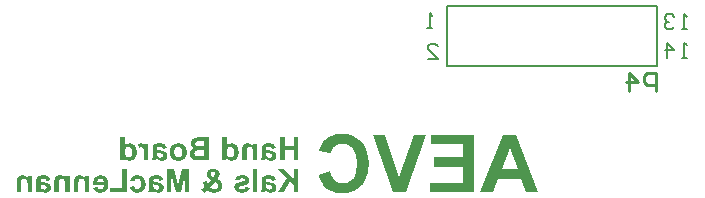
<source format=gbo>
G04*
G04 #@! TF.GenerationSoftware,Altium Limited,Altium Designer,18.0.9 (584)*
G04*
G04 Layer_Color=32896*
%FSLAX25Y25*%
%MOIN*%
G70*
G01*
G75*
%ADD10C,0.01000*%
%ADD12C,0.00787*%
%ADD53C,0.00800*%
G36*
X284252Y153937D02*
X282700D01*
Y156255D01*
X281448Y157540D01*
X279337Y153937D01*
X277332D01*
X280382Y158626D01*
X277492Y161616D01*
X279577D01*
X282700Y158206D01*
Y161616D01*
X284252D01*
Y153937D01*
D02*
G37*
G36*
X274562Y159618D02*
X274742Y159605D01*
X274915Y159591D01*
X275075Y159565D01*
X275221Y159531D01*
X275354Y159498D01*
X275481Y159465D01*
X275587Y159432D01*
X275687Y159392D01*
X275767Y159358D01*
X275840Y159325D01*
X275894Y159292D01*
X275940Y159265D01*
X275974Y159252D01*
X275994Y159238D01*
X276000Y159232D01*
X276100Y159152D01*
X276193Y159072D01*
X276273Y158979D01*
X276353Y158885D01*
X276427Y158785D01*
X276486Y158686D01*
X276546Y158586D01*
X276593Y158493D01*
X276640Y158399D01*
X276673Y158313D01*
X276706Y158239D01*
X276733Y158173D01*
X276746Y158119D01*
X276760Y158073D01*
X276773Y158046D01*
Y158040D01*
X275434Y157800D01*
X275381Y157933D01*
X275321Y158046D01*
X275261Y158140D01*
X275208Y158213D01*
X275154Y158273D01*
X275114Y158313D01*
X275088Y158333D01*
X275081Y158339D01*
X274995Y158393D01*
X274895Y158432D01*
X274788Y158459D01*
X274695Y158479D01*
X274602Y158493D01*
X274535Y158499D01*
X274362D01*
X274269Y158493D01*
X274175Y158479D01*
X274096Y158473D01*
X274022Y158459D01*
X273962Y158439D01*
X273902Y158426D01*
X273849Y158406D01*
X273809Y158386D01*
X273769Y158373D01*
X273716Y158339D01*
X273683Y158319D01*
X273676Y158313D01*
X273603Y158233D01*
X273549Y158146D01*
X273516Y158046D01*
X273489Y157946D01*
X273476Y157853D01*
X273463Y157780D01*
Y157753D01*
Y157733D01*
Y157720D01*
Y157713D01*
Y157567D01*
X273543Y157533D01*
X273636Y157500D01*
X273743Y157467D01*
X273856Y157433D01*
X274096Y157374D01*
X274329Y157320D01*
X274442Y157294D01*
X274548Y157274D01*
X274648Y157254D01*
X274735Y157234D01*
X274801Y157220D01*
X274855Y157207D01*
X274888Y157200D01*
X274901D01*
X275041Y157174D01*
X275174Y157141D01*
X275294Y157114D01*
X275408Y157087D01*
X275514Y157054D01*
X275607Y157027D01*
X275694Y157001D01*
X275774Y156974D01*
X275847Y156947D01*
X275907Y156927D01*
X275954Y156907D01*
X276000Y156887D01*
X276033Y156874D01*
X276054Y156861D01*
X276067Y156854D01*
X276074D01*
X276220Y156774D01*
X276347Y156688D01*
X276453Y156588D01*
X276540Y156501D01*
X276613Y156414D01*
X276666Y156348D01*
X276680Y156321D01*
X276693Y156301D01*
X276706Y156295D01*
Y156288D01*
X276780Y156148D01*
X276833Y156002D01*
X276873Y155862D01*
X276899Y155735D01*
X276913Y155622D01*
X276919Y155575D01*
Y155535D01*
X276926Y155502D01*
Y155475D01*
Y155462D01*
Y155456D01*
X276919Y155322D01*
X276906Y155202D01*
X276879Y155082D01*
X276846Y154969D01*
X276813Y154869D01*
X276773Y154770D01*
X276726Y154683D01*
X276680Y154596D01*
X276633Y154523D01*
X276586Y154463D01*
X276546Y154410D01*
X276513Y154363D01*
X276480Y154323D01*
X276453Y154297D01*
X276440Y154283D01*
X276433Y154277D01*
X276333Y154197D01*
X276233Y154123D01*
X276127Y154064D01*
X276014Y154010D01*
X275900Y153964D01*
X275787Y153924D01*
X275681Y153890D01*
X275574Y153870D01*
X275474Y153850D01*
X275381Y153837D01*
X275294Y153824D01*
X275221Y153817D01*
X275161Y153811D01*
X275081D01*
X274901Y153817D01*
X274728Y153837D01*
X274575Y153870D01*
X274435Y153904D01*
X274375Y153917D01*
X274322Y153930D01*
X274275Y153950D01*
X274235Y153964D01*
X274202Y153977D01*
X274182Y153984D01*
X274169Y153990D01*
X274162D01*
X274002Y154070D01*
X273856Y154157D01*
X273716Y154250D01*
X273596Y154337D01*
X273496Y154417D01*
X273456Y154450D01*
X273423Y154483D01*
X273396Y154510D01*
X273376Y154530D01*
X273363Y154536D01*
X273356Y154543D01*
X273350Y154523D01*
X273336Y154497D01*
X273323Y154443D01*
X273316Y154417D01*
X273310Y154390D01*
X273303Y154377D01*
Y154370D01*
X273270Y154270D01*
X273243Y154183D01*
X273216Y154110D01*
X273196Y154044D01*
X273183Y153997D01*
X273170Y153964D01*
X273156Y153944D01*
Y153937D01*
X271698D01*
X271764Y154084D01*
X271818Y154217D01*
X271864Y154343D01*
X271904Y154456D01*
X271931Y154543D01*
X271951Y154616D01*
X271958Y154643D01*
Y154663D01*
X271964Y154670D01*
Y154676D01*
X271978Y154750D01*
X271984Y154823D01*
X272004Y154996D01*
X272018Y155176D01*
X272024Y155349D01*
Y155436D01*
Y155509D01*
X272031Y155582D01*
Y155642D01*
Y155695D01*
Y155728D01*
Y155755D01*
Y155762D01*
X272011Y157480D01*
Y157653D01*
X272018Y157813D01*
X272031Y157960D01*
X272044Y158093D01*
X272058Y158213D01*
X272071Y158319D01*
X272091Y158413D01*
X272111Y158499D01*
X272131Y158572D01*
X272144Y158632D01*
X272164Y158686D01*
X272177Y158726D01*
X272191Y158759D01*
X272204Y158779D01*
X272211Y158792D01*
Y158799D01*
X272251Y158865D01*
X272297Y158925D01*
X272404Y159045D01*
X272517Y159145D01*
X272630Y159232D01*
X272730Y159298D01*
X272777Y159325D01*
X272817Y159352D01*
X272850Y159365D01*
X272877Y159378D01*
X272890Y159392D01*
X272897D01*
X272990Y159432D01*
X273096Y159471D01*
X273210Y159498D01*
X273330Y159525D01*
X273569Y159565D01*
X273809Y159598D01*
X273922Y159605D01*
X274022Y159611D01*
X274115Y159618D01*
X274202D01*
X274269Y159625D01*
X274362D01*
X274562Y159618D01*
D02*
G37*
G36*
X236993Y159618D02*
X237172Y159605D01*
X237346Y159591D01*
X237505Y159565D01*
X237652Y159531D01*
X237785Y159498D01*
X237912Y159465D01*
X238018Y159432D01*
X238118Y159391D01*
X238198Y159358D01*
X238271Y159325D01*
X238325Y159292D01*
X238371Y159265D01*
X238404Y159252D01*
X238424Y159238D01*
X238431Y159232D01*
X238531Y159152D01*
X238624Y159072D01*
X238704Y158979D01*
X238784Y158885D01*
X238857Y158785D01*
X238917Y158686D01*
X238977Y158586D01*
X239024Y158492D01*
X239071Y158399D01*
X239104Y158313D01*
X239137Y158239D01*
X239164Y158173D01*
X239177Y158119D01*
X239190Y158073D01*
X239204Y158046D01*
Y158040D01*
X237865Y157800D01*
X237812Y157933D01*
X237752Y158046D01*
X237692Y158140D01*
X237639Y158213D01*
X237585Y158273D01*
X237545Y158313D01*
X237519Y158333D01*
X237512Y158339D01*
X237425Y158393D01*
X237326Y158432D01*
X237219Y158459D01*
X237126Y158479D01*
X237033Y158492D01*
X236966Y158499D01*
X236793D01*
X236700Y158492D01*
X236606Y158479D01*
X236526Y158473D01*
X236453Y158459D01*
X236393Y158439D01*
X236333Y158426D01*
X236280Y158406D01*
X236240Y158386D01*
X236200Y158373D01*
X236147Y158339D01*
X236114Y158319D01*
X236107Y158313D01*
X236034Y158233D01*
X235980Y158146D01*
X235947Y158046D01*
X235920Y157946D01*
X235907Y157853D01*
X235894Y157780D01*
Y157753D01*
Y157733D01*
Y157720D01*
Y157713D01*
Y157567D01*
X235974Y157533D01*
X236067Y157500D01*
X236173Y157467D01*
X236287Y157433D01*
X236526Y157374D01*
X236759Y157320D01*
X236873Y157294D01*
X236979Y157274D01*
X237079Y157254D01*
X237166Y157234D01*
X237232Y157220D01*
X237286Y157207D01*
X237319Y157200D01*
X237332D01*
X237472Y157174D01*
X237605Y157141D01*
X237725Y157114D01*
X237838Y157087D01*
X237945Y157054D01*
X238038Y157027D01*
X238125Y157001D01*
X238205Y156974D01*
X238278Y156947D01*
X238338Y156927D01*
X238385Y156907D01*
X238431Y156887D01*
X238464Y156874D01*
X238485Y156861D01*
X238498Y156854D01*
X238504D01*
X238651Y156774D01*
X238777Y156688D01*
X238884Y156588D01*
X238971Y156501D01*
X239044Y156414D01*
X239097Y156348D01*
X239110Y156321D01*
X239124Y156301D01*
X239137Y156295D01*
Y156288D01*
X239210Y156148D01*
X239264Y156002D01*
X239304Y155862D01*
X239330Y155735D01*
X239344Y155622D01*
X239350Y155575D01*
Y155535D01*
X239357Y155502D01*
Y155475D01*
Y155462D01*
Y155456D01*
X239350Y155322D01*
X239337Y155202D01*
X239310Y155082D01*
X239277Y154969D01*
X239244Y154869D01*
X239204Y154770D01*
X239157Y154683D01*
X239110Y154596D01*
X239064Y154523D01*
X239017Y154463D01*
X238977Y154410D01*
X238944Y154363D01*
X238911Y154323D01*
X238884Y154297D01*
X238871Y154283D01*
X238864Y154277D01*
X238764Y154197D01*
X238664Y154123D01*
X238558Y154063D01*
X238444Y154010D01*
X238331Y153964D01*
X238218Y153924D01*
X238111Y153890D01*
X238005Y153870D01*
X237905Y153850D01*
X237812Y153837D01*
X237725Y153824D01*
X237652Y153817D01*
X237592Y153811D01*
X237512D01*
X237332Y153817D01*
X237159Y153837D01*
X237006Y153870D01*
X236866Y153904D01*
X236806Y153917D01*
X236753Y153930D01*
X236706Y153950D01*
X236666Y153964D01*
X236633Y153977D01*
X236613Y153984D01*
X236600Y153990D01*
X236593D01*
X236433Y154070D01*
X236287Y154157D01*
X236147Y154250D01*
X236027Y154337D01*
X235927Y154417D01*
X235887Y154450D01*
X235854Y154483D01*
X235827Y154510D01*
X235807Y154530D01*
X235794Y154536D01*
X235787Y154543D01*
X235781Y154523D01*
X235767Y154496D01*
X235754Y154443D01*
X235747Y154417D01*
X235740Y154390D01*
X235734Y154377D01*
Y154370D01*
X235701Y154270D01*
X235674Y154183D01*
X235647Y154110D01*
X235627Y154044D01*
X235614Y153997D01*
X235601Y153964D01*
X235587Y153944D01*
Y153937D01*
X234129D01*
X234195Y154084D01*
X234249Y154217D01*
X234295Y154343D01*
X234335Y154456D01*
X234362Y154543D01*
X234382Y154616D01*
X234389Y154643D01*
Y154663D01*
X234395Y154670D01*
Y154676D01*
X234408Y154750D01*
X234415Y154823D01*
X234435Y154996D01*
X234449Y155176D01*
X234455Y155349D01*
Y155436D01*
Y155509D01*
X234462Y155582D01*
Y155642D01*
Y155695D01*
Y155728D01*
Y155755D01*
Y155762D01*
X234442Y157480D01*
Y157653D01*
X234449Y157813D01*
X234462Y157960D01*
X234475Y158093D01*
X234489Y158213D01*
X234502Y158319D01*
X234522Y158413D01*
X234542Y158499D01*
X234562Y158572D01*
X234575Y158632D01*
X234595Y158686D01*
X234608Y158726D01*
X234622Y158759D01*
X234635Y158779D01*
X234642Y158792D01*
Y158799D01*
X234682Y158865D01*
X234728Y158925D01*
X234835Y159045D01*
X234948Y159145D01*
X235061Y159232D01*
X235161Y159298D01*
X235208Y159325D01*
X235248Y159352D01*
X235281Y159365D01*
X235308Y159378D01*
X235321Y159391D01*
X235328D01*
X235421Y159432D01*
X235527Y159471D01*
X235641Y159498D01*
X235760Y159525D01*
X236000Y159565D01*
X236240Y159598D01*
X236353Y159605D01*
X236453Y159611D01*
X236546Y159618D01*
X236633D01*
X236700Y159625D01*
X236793D01*
X236993Y159618D01*
D02*
G37*
G36*
X199430D02*
X199610Y159605D01*
X199783Y159591D01*
X199943Y159565D01*
X200090Y159531D01*
X200223Y159498D01*
X200349Y159465D01*
X200456Y159432D01*
X200556Y159391D01*
X200636Y159358D01*
X200709Y159325D01*
X200762Y159292D01*
X200809Y159265D01*
X200842Y159252D01*
X200862Y159238D01*
X200869Y159232D01*
X200969Y159152D01*
X201062Y159072D01*
X201142Y158979D01*
X201222Y158885D01*
X201295Y158785D01*
X201355Y158686D01*
X201415Y158586D01*
X201462Y158492D01*
X201508Y158399D01*
X201541Y158313D01*
X201575Y158239D01*
X201601Y158173D01*
X201615Y158119D01*
X201628Y158073D01*
X201641Y158046D01*
Y158040D01*
X200303Y157800D01*
X200249Y157933D01*
X200189Y158046D01*
X200130Y158140D01*
X200076Y158213D01*
X200023Y158273D01*
X199983Y158313D01*
X199956Y158333D01*
X199950Y158339D01*
X199863Y158393D01*
X199763Y158432D01*
X199657Y158459D01*
X199563Y158479D01*
X199470Y158492D01*
X199404Y158499D01*
X199230D01*
X199137Y158492D01*
X199044Y158479D01*
X198964Y158473D01*
X198891Y158459D01*
X198831Y158439D01*
X198771Y158426D01*
X198718Y158406D01*
X198678Y158386D01*
X198638Y158373D01*
X198584Y158339D01*
X198551Y158319D01*
X198544Y158313D01*
X198471Y158233D01*
X198418Y158146D01*
X198385Y158046D01*
X198358Y157946D01*
X198345Y157853D01*
X198331Y157780D01*
Y157753D01*
Y157733D01*
Y157720D01*
Y157713D01*
Y157567D01*
X198411Y157533D01*
X198504Y157500D01*
X198611Y157467D01*
X198724Y157433D01*
X198964Y157374D01*
X199197Y157320D01*
X199310Y157294D01*
X199417Y157274D01*
X199517Y157254D01*
X199603Y157234D01*
X199670Y157220D01*
X199723Y157207D01*
X199757Y157200D01*
X199770D01*
X199910Y157174D01*
X200043Y157141D01*
X200163Y157114D01*
X200276Y157087D01*
X200383Y157054D01*
X200476Y157027D01*
X200562Y157001D01*
X200642Y156974D01*
X200716Y156947D01*
X200776Y156927D01*
X200822Y156907D01*
X200869Y156887D01*
X200902Y156874D01*
X200922Y156861D01*
X200935Y156854D01*
X200942D01*
X201089Y156774D01*
X201215Y156688D01*
X201322Y156588D01*
X201408Y156501D01*
X201482Y156414D01*
X201535Y156348D01*
X201548Y156321D01*
X201561Y156301D01*
X201575Y156295D01*
Y156288D01*
X201648Y156148D01*
X201701Y156002D01*
X201741Y155862D01*
X201768Y155735D01*
X201781Y155622D01*
X201788Y155575D01*
Y155535D01*
X201795Y155502D01*
Y155475D01*
Y155462D01*
Y155456D01*
X201788Y155322D01*
X201775Y155202D01*
X201748Y155082D01*
X201715Y154969D01*
X201681Y154869D01*
X201641Y154770D01*
X201595Y154683D01*
X201548Y154596D01*
X201501Y154523D01*
X201455Y154463D01*
X201415Y154410D01*
X201382Y154363D01*
X201348Y154323D01*
X201322Y154297D01*
X201308Y154283D01*
X201302Y154277D01*
X201202Y154197D01*
X201102Y154123D01*
X200995Y154063D01*
X200882Y154010D01*
X200769Y153964D01*
X200656Y153924D01*
X200549Y153890D01*
X200443Y153870D01*
X200343Y153850D01*
X200249Y153837D01*
X200163Y153824D01*
X200090Y153817D01*
X200030Y153811D01*
X199950D01*
X199770Y153817D01*
X199597Y153837D01*
X199443Y153870D01*
X199304Y153904D01*
X199244Y153917D01*
X199190Y153930D01*
X199144Y153950D01*
X199104Y153964D01*
X199071Y153977D01*
X199051Y153984D01*
X199037Y153990D01*
X199031D01*
X198871Y154070D01*
X198724Y154157D01*
X198584Y154250D01*
X198465Y154337D01*
X198365Y154417D01*
X198325Y154450D01*
X198291Y154483D01*
X198265Y154510D01*
X198245Y154530D01*
X198231Y154536D01*
X198225Y154543D01*
X198218Y154523D01*
X198205Y154496D01*
X198191Y154443D01*
X198185Y154417D01*
X198178Y154390D01*
X198171Y154376D01*
Y154370D01*
X198138Y154270D01*
X198111Y154183D01*
X198085Y154110D01*
X198065Y154044D01*
X198052Y153997D01*
X198038Y153964D01*
X198025Y153944D01*
Y153937D01*
X196566D01*
X196633Y154084D01*
X196686Y154217D01*
X196733Y154343D01*
X196773Y154456D01*
X196800Y154543D01*
X196819Y154616D01*
X196826Y154643D01*
Y154663D01*
X196833Y154670D01*
Y154676D01*
X196846Y154750D01*
X196853Y154823D01*
X196873Y154996D01*
X196886Y155176D01*
X196893Y155349D01*
Y155436D01*
Y155509D01*
X196899Y155582D01*
Y155642D01*
Y155695D01*
Y155728D01*
Y155755D01*
Y155762D01*
X196879Y157480D01*
Y157653D01*
X196886Y157813D01*
X196899Y157960D01*
X196913Y158093D01*
X196926Y158213D01*
X196939Y158319D01*
X196959Y158413D01*
X196979Y158499D01*
X196999Y158572D01*
X197013Y158632D01*
X197033Y158686D01*
X197046Y158726D01*
X197059Y158759D01*
X197073Y158779D01*
X197079Y158792D01*
Y158799D01*
X197119Y158865D01*
X197166Y158925D01*
X197272Y159045D01*
X197386Y159145D01*
X197499Y159232D01*
X197599Y159298D01*
X197645Y159325D01*
X197685Y159352D01*
X197719Y159365D01*
X197745Y159378D01*
X197759Y159391D01*
X197765D01*
X197859Y159432D01*
X197965Y159471D01*
X198078Y159498D01*
X198198Y159525D01*
X198438Y159565D01*
X198678Y159598D01*
X198791Y159605D01*
X198891Y159611D01*
X198984Y159618D01*
X199071D01*
X199137Y159625D01*
X199230D01*
X199430Y159618D01*
D02*
G37*
G36*
X256007Y161742D02*
X256187Y161729D01*
X256353Y161703D01*
X256506Y161676D01*
X256646Y161636D01*
X256780Y161596D01*
X256899Y161549D01*
X257006Y161509D01*
X257099Y161463D01*
X257179Y161416D01*
X257252Y161376D01*
X257306Y161336D01*
X257352Y161310D01*
X257385Y161283D01*
X257405Y161270D01*
X257412Y161263D01*
X257512Y161170D01*
X257592Y161070D01*
X257665Y160970D01*
X257732Y160870D01*
X257785Y160770D01*
X257832Y160677D01*
X257865Y160577D01*
X257898Y160491D01*
X257918Y160404D01*
X257938Y160324D01*
X257945Y160257D01*
X257958Y160197D01*
Y160144D01*
X257965Y160111D01*
Y160084D01*
Y160078D01*
X257958Y159938D01*
X257932Y159798D01*
X257905Y159658D01*
X257865Y159538D01*
X257832Y159432D01*
X257818Y159392D01*
X257799Y159352D01*
X257792Y159318D01*
X257779Y159298D01*
X257772Y159285D01*
Y159278D01*
X257685Y159118D01*
X257592Y158965D01*
X257492Y158812D01*
X257399Y158679D01*
X257312Y158566D01*
X257272Y158512D01*
X257239Y158473D01*
X257212Y158439D01*
X257192Y158413D01*
X257179Y158399D01*
X257172Y158393D01*
X257332Y158313D01*
X257479Y158226D01*
X257619Y158140D01*
X257752Y158053D01*
X257865Y157966D01*
X257978Y157880D01*
X258071Y157793D01*
X258158Y157720D01*
X258238Y157647D01*
X258305Y157580D01*
X258365Y157520D01*
X258411Y157467D01*
X258444Y157427D01*
X258471Y157394D01*
X258484Y157374D01*
X258491Y157367D01*
X258571Y157254D01*
X258638Y157141D01*
X258698Y157027D01*
X258744Y156914D01*
X258791Y156801D01*
X258824Y156688D01*
X258851Y156588D01*
X258877Y156488D01*
X258891Y156395D01*
X258904Y156308D01*
X258917Y156228D01*
X258924Y156168D01*
X258931Y156115D01*
Y156075D01*
Y156048D01*
Y156042D01*
X258924Y155895D01*
X258904Y155748D01*
X258877Y155609D01*
X258844Y155475D01*
X258798Y155349D01*
X258751Y155229D01*
X258704Y155122D01*
X258651Y155023D01*
X258598Y154929D01*
X258551Y154849D01*
X258498Y154776D01*
X258458Y154716D01*
X258424Y154670D01*
X258398Y154636D01*
X258378Y154616D01*
X258371Y154610D01*
X258231Y154470D01*
X258071Y154343D01*
X257905Y154237D01*
X257732Y154144D01*
X257552Y154064D01*
X257372Y154004D01*
X257192Y153950D01*
X257019Y153904D01*
X256859Y153870D01*
X256706Y153844D01*
X256566Y153830D01*
X256447Y153817D01*
X256353Y153811D01*
X256313Y153804D01*
X256213D01*
X255954Y153811D01*
X255714Y153837D01*
X255607Y153850D01*
X255501Y153864D01*
X255408Y153884D01*
X255321Y153904D01*
X255241Y153917D01*
X255174Y153937D01*
X255115Y153950D01*
X255061Y153970D01*
X255021Y153977D01*
X254995Y153990D01*
X254975Y153997D01*
X254968D01*
X254775Y154084D01*
X254588Y154177D01*
X254422Y154283D01*
X254275Y154383D01*
X254209Y154430D01*
X254149Y154476D01*
X254102Y154516D01*
X254056Y154556D01*
X254022Y154583D01*
X253996Y154603D01*
X253982Y154616D01*
X253976Y154623D01*
X253749Y154423D01*
X253529Y154243D01*
X253316Y154097D01*
X253216Y154030D01*
X253123Y153970D01*
X253037Y153917D01*
X252963Y153870D01*
X252890Y153830D01*
X252837Y153797D01*
X252790Y153770D01*
X252750Y153751D01*
X252730Y153744D01*
X252724Y153737D01*
X251831Y154876D01*
X251911Y154916D01*
X251998Y154976D01*
X252098Y155036D01*
X252191Y155096D01*
X252277Y155149D01*
X252344Y155196D01*
X252371Y155216D01*
X252391Y155229D01*
X252404Y155242D01*
X252411D01*
X252550Y155342D01*
X252670Y155436D01*
X252783Y155522D01*
X252870Y155595D01*
X252943Y155662D01*
X252997Y155709D01*
X253030Y155735D01*
X253043Y155748D01*
X252983Y155835D01*
X252923Y155928D01*
X252870Y156015D01*
X252823Y156102D01*
X252783Y156181D01*
X252757Y156241D01*
X252737Y156281D01*
X252730Y156288D01*
Y156295D01*
X252704Y156361D01*
X252670Y156435D01*
X252617Y156594D01*
X252557Y156767D01*
X252504Y156934D01*
X252477Y157014D01*
X252457Y157087D01*
X252437Y157154D01*
X252417Y157214D01*
X252404Y157260D01*
X252391Y157294D01*
X252384Y157320D01*
Y157327D01*
X253716Y157620D01*
X253769Y157427D01*
X253822Y157260D01*
X253876Y157114D01*
X253922Y156987D01*
X253969Y156887D01*
X253989Y156847D01*
X254002Y156814D01*
X254016Y156788D01*
X254029Y156767D01*
X254036Y156761D01*
Y156754D01*
X255095Y158173D01*
X254941Y158273D01*
X254808Y158366D01*
X254682Y158452D01*
X254568Y158546D01*
X254462Y158626D01*
X254375Y158706D01*
X254295Y158779D01*
X254222Y158845D01*
X254162Y158905D01*
X254116Y158959D01*
X254069Y159005D01*
X254036Y159045D01*
X254016Y159079D01*
X253996Y159098D01*
X253982Y159112D01*
Y159118D01*
X253889Y159278D01*
X253822Y159432D01*
X253769Y159578D01*
X253736Y159718D01*
X253716Y159831D01*
X253709Y159878D01*
Y159918D01*
X253703Y159951D01*
Y159978D01*
Y159991D01*
Y159998D01*
X253709Y160131D01*
X253729Y160264D01*
X253756Y160384D01*
X253789Y160504D01*
X253836Y160610D01*
X253882Y160710D01*
X253936Y160803D01*
X253982Y160890D01*
X254036Y160970D01*
X254089Y161037D01*
X254135Y161097D01*
X254182Y161143D01*
X254215Y161183D01*
X254242Y161216D01*
X254262Y161230D01*
X254269Y161236D01*
X254375Y161330D01*
X254495Y161403D01*
X254622Y161476D01*
X254748Y161536D01*
X254875Y161583D01*
X255008Y161623D01*
X255135Y161656D01*
X255254Y161683D01*
X255368Y161709D01*
X255474Y161723D01*
X255574Y161736D01*
X255654Y161742D01*
X255727Y161749D01*
X255820D01*
X256007Y161742D01*
D02*
G37*
G36*
X247915Y153937D02*
X246477D01*
Y159978D01*
X244958Y153937D01*
X243466D01*
X241948Y159978D01*
X241941Y153937D01*
X240502D01*
Y161616D01*
X242833D01*
X244205Y156375D01*
X245597Y161616D01*
X247915D01*
Y153937D01*
D02*
G37*
G36*
X230852Y159618D02*
X231065Y159591D01*
X231272Y159551D01*
X231458Y159505D01*
X231631Y159445D01*
X231798Y159378D01*
X231944Y159312D01*
X232078Y159238D01*
X232197Y159165D01*
X232304Y159098D01*
X232391Y159032D01*
X232464Y158972D01*
X232524Y158925D01*
X232564Y158885D01*
X232590Y158859D01*
X232597Y158852D01*
X232724Y158699D01*
X232837Y158539D01*
X232937Y158373D01*
X233017Y158193D01*
X233090Y158013D01*
X233143Y157840D01*
X233196Y157660D01*
X233230Y157493D01*
X233263Y157334D01*
X233283Y157187D01*
X233303Y157054D01*
X233310Y156934D01*
X233316Y156841D01*
X233323Y156767D01*
Y156741D01*
Y156721D01*
Y156714D01*
Y156708D01*
X233316Y156461D01*
X233290Y156228D01*
X233256Y156008D01*
X233210Y155802D01*
X233156Y155609D01*
X233097Y155436D01*
X233030Y155276D01*
X232963Y155136D01*
X232897Y155003D01*
X232830Y154889D01*
X232770Y154796D01*
X232717Y154716D01*
X232670Y154656D01*
X232637Y154610D01*
X232610Y154583D01*
X232604Y154576D01*
X232464Y154443D01*
X232311Y154323D01*
X232151Y154223D01*
X231991Y154137D01*
X231831Y154057D01*
X231665Y153997D01*
X231511Y153944D01*
X231358Y153904D01*
X231212Y153877D01*
X231079Y153850D01*
X230959Y153837D01*
X230852Y153824D01*
X230772Y153817D01*
X230706Y153811D01*
X230652D01*
X230459Y153817D01*
X230273Y153830D01*
X230093Y153857D01*
X229933Y153890D01*
X229780Y153930D01*
X229640Y153970D01*
X229513Y154017D01*
X229394Y154063D01*
X229287Y154110D01*
X229200Y154157D01*
X229120Y154197D01*
X229054Y154237D01*
X229007Y154270D01*
X228967Y154297D01*
X228947Y154310D01*
X228941Y154317D01*
X228828Y154417D01*
X228721Y154530D01*
X228621Y154643D01*
X228534Y154763D01*
X228454Y154889D01*
X228388Y155016D01*
X228321Y155142D01*
X228268Y155262D01*
X228221Y155376D01*
X228181Y155482D01*
X228148Y155575D01*
X228121Y155655D01*
X228101Y155728D01*
X228088Y155775D01*
X228075Y155808D01*
Y155822D01*
X229520Y156068D01*
X229540Y155962D01*
X229567Y155862D01*
X229600Y155775D01*
X229627Y155695D01*
X229660Y155615D01*
X229687Y155549D01*
X229720Y155489D01*
X229753Y155436D01*
X229780Y155389D01*
X229806Y155349D01*
X229853Y155289D01*
X229886Y155256D01*
X229900Y155242D01*
X230006Y155162D01*
X230119Y155109D01*
X230233Y155069D01*
X230339Y155036D01*
X230439Y155023D01*
X230512Y155016D01*
X230546Y155009D01*
X230586D01*
X230686Y155016D01*
X230785Y155029D01*
X230879Y155049D01*
X230965Y155076D01*
X231118Y155136D01*
X231245Y155216D01*
X231305Y155249D01*
X231352Y155289D01*
X231392Y155322D01*
X231425Y155356D01*
X231452Y155376D01*
X231471Y155395D01*
X231478Y155409D01*
X231485Y155415D01*
X231545Y155495D01*
X231591Y155595D01*
X231638Y155695D01*
X231671Y155808D01*
X231731Y156035D01*
X231771Y156268D01*
X231785Y156375D01*
X231791Y156481D01*
X231798Y156574D01*
X231804Y156654D01*
X231811Y156721D01*
Y156774D01*
Y156801D01*
Y156814D01*
X231804Y156974D01*
X231798Y157121D01*
X231778Y157260D01*
X231758Y157387D01*
X231738Y157500D01*
X231705Y157607D01*
X231678Y157700D01*
X231645Y157780D01*
X231618Y157853D01*
X231585Y157913D01*
X231558Y157966D01*
X231538Y158006D01*
X231511Y158040D01*
X231498Y158060D01*
X231491Y158073D01*
X231485Y158080D01*
X231418Y158146D01*
X231352Y158206D01*
X231285Y158259D01*
X231212Y158306D01*
X231138Y158339D01*
X231065Y158373D01*
X230925Y158419D01*
X230799Y158446D01*
X230746Y158452D01*
X230706Y158459D01*
X230666Y158466D01*
X230612D01*
X230466Y158459D01*
X230333Y158432D01*
X230213Y158399D01*
X230119Y158359D01*
X230040Y158313D01*
X229986Y158279D01*
X229953Y158253D01*
X229940Y158246D01*
X229853Y158153D01*
X229780Y158053D01*
X229720Y157946D01*
X229673Y157840D01*
X229640Y157740D01*
X229613Y157667D01*
X229607Y157633D01*
Y157613D01*
X229600Y157600D01*
Y157593D01*
X228148Y157853D01*
X228201Y158013D01*
X228261Y158166D01*
X228328Y158306D01*
X228395Y158439D01*
X228468Y158559D01*
X228541Y158666D01*
X228608Y158765D01*
X228681Y158852D01*
X228748Y158932D01*
X228807Y158999D01*
X228867Y159058D01*
X228914Y159105D01*
X228954Y159139D01*
X228987Y159165D01*
X229007Y159178D01*
X229014Y159185D01*
X229134Y159265D01*
X229254Y159332D01*
X229387Y159391D01*
X229520Y159438D01*
X229653Y159485D01*
X229786Y159518D01*
X229920Y159545D01*
X230046Y159571D01*
X230166Y159591D01*
X230273Y159605D01*
X230373Y159611D01*
X230459Y159618D01*
X230526Y159625D01*
X230626D01*
X230852Y159618D01*
D02*
G37*
G36*
X218564D02*
X218758Y159591D01*
X218944Y159551D01*
X219110Y159505D01*
X219277Y159445D01*
X219424Y159378D01*
X219563Y159305D01*
X219690Y159232D01*
X219803Y159158D01*
X219903Y159085D01*
X219990Y159019D01*
X220056Y158959D01*
X220116Y158912D01*
X220156Y158872D01*
X220183Y158845D01*
X220189Y158839D01*
X220316Y158686D01*
X220429Y158519D01*
X220522Y158346D01*
X220602Y158166D01*
X220676Y157986D01*
X220736Y157807D01*
X220782Y157633D01*
X220815Y157460D01*
X220849Y157300D01*
X220869Y157154D01*
X220889Y157021D01*
X220895Y156901D01*
X220902Y156807D01*
X220909Y156734D01*
Y156708D01*
Y156688D01*
Y156681D01*
Y156674D01*
X220902Y156461D01*
X220882Y156261D01*
X220855Y156068D01*
X220822Y155888D01*
X220782Y155715D01*
X220736Y155555D01*
X220689Y155415D01*
X220636Y155282D01*
X220582Y155162D01*
X220536Y155056D01*
X220489Y154969D01*
X220449Y154896D01*
X220416Y154836D01*
X220383Y154789D01*
X220369Y154763D01*
X220363Y154756D01*
X220223Y154590D01*
X220070Y154443D01*
X219903Y154317D01*
X219730Y154210D01*
X219557Y154117D01*
X219377Y154044D01*
X219197Y153977D01*
X219031Y153930D01*
X218864Y153890D01*
X218711Y153864D01*
X218578Y153837D01*
X218458Y153824D01*
X218358Y153817D01*
X218318D01*
X218278Y153811D01*
X218218D01*
X218052Y153817D01*
X217892Y153830D01*
X217739Y153850D01*
X217592Y153877D01*
X217459Y153910D01*
X217332Y153944D01*
X217219Y153984D01*
X217112Y154024D01*
X217019Y154057D01*
X216933Y154097D01*
X216859Y154130D01*
X216799Y154163D01*
X216753Y154190D01*
X216720Y154210D01*
X216700Y154223D01*
X216693Y154230D01*
X216580Y154310D01*
X216480Y154403D01*
X216380Y154496D01*
X216293Y154603D01*
X216213Y154703D01*
X216140Y154803D01*
X216074Y154903D01*
X216014Y155003D01*
X215960Y155096D01*
X215914Y155182D01*
X215880Y155262D01*
X215847Y155329D01*
X215827Y155382D01*
X215807Y155429D01*
X215794Y155456D01*
Y155462D01*
X217259Y155709D01*
X217312Y155562D01*
X217366Y155436D01*
X217425Y155329D01*
X217485Y155242D01*
X217539Y155176D01*
X217579Y155129D01*
X217605Y155103D01*
X217619Y155096D01*
X217712Y155036D01*
X217805Y154989D01*
X217905Y154956D01*
X217998Y154936D01*
X218078Y154923D01*
X218138Y154909D01*
X218198D01*
X218291Y154916D01*
X218378Y154923D01*
X218544Y154963D01*
X218691Y155023D01*
X218811Y155089D01*
X218911Y155156D01*
X218951Y155189D01*
X218984Y155216D01*
X219011Y155236D01*
X219031Y155256D01*
X219037Y155262D01*
X219044Y155269D01*
X219104Y155342D01*
X219157Y155415D01*
X219204Y155502D01*
X219244Y155582D01*
X219304Y155755D01*
X219350Y155922D01*
X219364Y155995D01*
X219377Y156068D01*
X219384Y156128D01*
X219390Y156188D01*
Y156235D01*
X219397Y156268D01*
Y156288D01*
Y156295D01*
X215714D01*
Y156601D01*
X215734Y156887D01*
X215767Y157154D01*
X215814Y157400D01*
X215860Y157620D01*
X215920Y157826D01*
X215987Y158013D01*
X216047Y158179D01*
X216113Y158326D01*
X216180Y158452D01*
X216240Y158559D01*
X216293Y158646D01*
X216340Y158712D01*
X216373Y158759D01*
X216400Y158792D01*
X216407Y158799D01*
X216546Y158945D01*
X216693Y159072D01*
X216853Y159185D01*
X217013Y159278D01*
X217179Y159358D01*
X217339Y159425D01*
X217499Y159478D01*
X217652Y159525D01*
X217798Y159558D01*
X217932Y159578D01*
X218052Y159598D01*
X218158Y159611D01*
X218245Y159618D01*
X218311Y159625D01*
X218365D01*
X218564Y159618D01*
D02*
G37*
G36*
X270566Y153937D02*
X269094D01*
Y161616D01*
X270566D01*
Y153937D01*
D02*
G37*
G36*
X226976Y153937D02*
X221575D01*
Y155236D01*
X225424D01*
Y161556D01*
X226976D01*
Y153937D01*
D02*
G37*
G36*
X211525Y159611D02*
X211718Y159585D01*
X211904Y159538D01*
X212078Y159478D01*
X212237Y159405D01*
X212391Y159325D01*
X212530Y159245D01*
X212657Y159158D01*
X212770Y159065D01*
X212870Y158985D01*
X212957Y158905D01*
X213023Y158832D01*
X213083Y158772D01*
X213123Y158726D01*
X213150Y158699D01*
X213157Y158686D01*
Y159505D01*
X214522D01*
Y153937D01*
X213050D01*
Y156455D01*
Y156621D01*
X213043Y156774D01*
X213037Y156921D01*
X213030Y157047D01*
X213023Y157167D01*
X213017Y157267D01*
X213003Y157360D01*
X212997Y157447D01*
X212983Y157513D01*
X212977Y157573D01*
X212970Y157627D01*
X212957Y157667D01*
X212950Y157693D01*
Y157720D01*
X212943Y157727D01*
Y157733D01*
X212890Y157860D01*
X212830Y157966D01*
X212764Y158060D01*
X212697Y158140D01*
X212630Y158199D01*
X212577Y158246D01*
X212544Y158279D01*
X212530Y158286D01*
X212411Y158359D01*
X212291Y158413D01*
X212177Y158446D01*
X212071Y158473D01*
X211978Y158486D01*
X211904Y158499D01*
X211838D01*
X211731Y158492D01*
X211631Y158473D01*
X211545Y158452D01*
X211472Y158426D01*
X211412Y158393D01*
X211372Y158373D01*
X211338Y158353D01*
X211332Y158346D01*
X211258Y158286D01*
X211192Y158219D01*
X211139Y158153D01*
X211099Y158086D01*
X211065Y158026D01*
X211045Y157980D01*
X211032Y157946D01*
X211025Y157933D01*
X211005Y157880D01*
X210992Y157807D01*
X210979Y157727D01*
X210965Y157640D01*
X210952Y157454D01*
X210939Y157254D01*
X210932Y157160D01*
Y157074D01*
X210925Y156994D01*
Y156921D01*
Y156861D01*
Y156814D01*
Y156788D01*
Y156774D01*
Y153937D01*
X209454D01*
Y157394D01*
Y157513D01*
X209460Y157620D01*
Y157720D01*
X209467Y157820D01*
X209473Y157906D01*
X209480Y157986D01*
X209487Y158060D01*
X209493Y158126D01*
X209507Y158186D01*
X209513Y158239D01*
X209520Y158279D01*
X209527Y158313D01*
X209533Y158346D01*
Y158366D01*
X209540Y158373D01*
Y158379D01*
X209573Y158506D01*
X209620Y158626D01*
X209667Y158726D01*
X209713Y158819D01*
X209760Y158892D01*
X209793Y158952D01*
X209820Y158985D01*
X209826Y158999D01*
X209913Y159098D01*
X210006Y159185D01*
X210113Y159258D01*
X210213Y159325D01*
X210299Y159378D01*
X210373Y159412D01*
X210399Y159425D01*
X210419Y159438D01*
X210433Y159445D01*
X210439D01*
X210592Y159505D01*
X210746Y159551D01*
X210892Y159578D01*
X211032Y159605D01*
X211152Y159618D01*
X211198D01*
X211245Y159625D01*
X211325D01*
X211525Y159611D01*
D02*
G37*
G36*
X204971D02*
X205165Y159585D01*
X205351Y159538D01*
X205524Y159478D01*
X205684Y159405D01*
X205837Y159325D01*
X205977Y159245D01*
X206103Y159158D01*
X206217Y159065D01*
X206317Y158985D01*
X206403Y158905D01*
X206470Y158832D01*
X206530Y158772D01*
X206570Y158726D01*
X206596Y158699D01*
X206603Y158686D01*
Y159505D01*
X207968D01*
Y153937D01*
X206497D01*
Y156455D01*
Y156621D01*
X206490Y156774D01*
X206483Y156921D01*
X206476Y157047D01*
X206470Y157167D01*
X206463Y157267D01*
X206450Y157360D01*
X206443Y157447D01*
X206430Y157513D01*
X206423Y157573D01*
X206417Y157627D01*
X206403Y157667D01*
X206397Y157693D01*
Y157720D01*
X206390Y157727D01*
Y157733D01*
X206337Y157860D01*
X206277Y157966D01*
X206210Y158060D01*
X206143Y158140D01*
X206077Y158199D01*
X206024Y158246D01*
X205990Y158279D01*
X205977Y158286D01*
X205857Y158359D01*
X205737Y158413D01*
X205624Y158446D01*
X205518Y158473D01*
X205424Y158486D01*
X205351Y158499D01*
X205284D01*
X205178Y158492D01*
X205078Y158473D01*
X204991Y158452D01*
X204918Y158426D01*
X204858Y158393D01*
X204818Y158373D01*
X204785Y158353D01*
X204778Y158346D01*
X204705Y158286D01*
X204638Y158219D01*
X204585Y158153D01*
X204545Y158086D01*
X204512Y158026D01*
X204492Y157980D01*
X204479Y157946D01*
X204472Y157933D01*
X204452Y157880D01*
X204438Y157807D01*
X204425Y157727D01*
X204412Y157640D01*
X204399Y157454D01*
X204385Y157254D01*
X204379Y157160D01*
Y157074D01*
X204372Y156994D01*
Y156921D01*
Y156861D01*
Y156814D01*
Y156788D01*
Y156774D01*
Y153937D01*
X202900D01*
Y157394D01*
Y157513D01*
X202907Y157620D01*
Y157720D01*
X202913Y157820D01*
X202920Y157906D01*
X202927Y157986D01*
X202933Y158060D01*
X202940Y158126D01*
X202953Y158186D01*
X202960Y158239D01*
X202967Y158279D01*
X202973Y158313D01*
X202980Y158346D01*
Y158366D01*
X202987Y158373D01*
Y158379D01*
X203020Y158506D01*
X203067Y158626D01*
X203113Y158726D01*
X203160Y158819D01*
X203206Y158892D01*
X203240Y158952D01*
X203266Y158985D01*
X203273Y158999D01*
X203360Y159098D01*
X203453Y159185D01*
X203559Y159258D01*
X203659Y159325D01*
X203746Y159378D01*
X203819Y159412D01*
X203846Y159425D01*
X203866Y159438D01*
X203879Y159445D01*
X203886D01*
X204039Y159505D01*
X204192Y159551D01*
X204339Y159578D01*
X204479Y159605D01*
X204598Y159618D01*
X204645D01*
X204692Y159625D01*
X204771D01*
X204971Y159611D01*
D02*
G37*
G36*
X192450Y159611D02*
X192644Y159585D01*
X192830Y159538D01*
X193003Y159478D01*
X193163Y159405D01*
X193316Y159325D01*
X193456Y159245D01*
X193583Y159158D01*
X193696Y159065D01*
X193796Y158985D01*
X193882Y158905D01*
X193949Y158832D01*
X194009Y158772D01*
X194049Y158726D01*
X194076Y158699D01*
X194082Y158686D01*
Y159505D01*
X195448D01*
Y153937D01*
X193976D01*
Y156455D01*
Y156621D01*
X193969Y156774D01*
X193962Y156921D01*
X193956Y157047D01*
X193949Y157167D01*
X193942Y157267D01*
X193929Y157360D01*
X193922Y157447D01*
X193909Y157513D01*
X193902Y157573D01*
X193896Y157627D01*
X193882Y157667D01*
X193876Y157693D01*
Y157720D01*
X193869Y157727D01*
Y157733D01*
X193816Y157860D01*
X193756Y157966D01*
X193689Y158060D01*
X193623Y158140D01*
X193556Y158199D01*
X193503Y158246D01*
X193470Y158279D01*
X193456Y158286D01*
X193336Y158359D01*
X193216Y158413D01*
X193103Y158446D01*
X192997Y158473D01*
X192903Y158486D01*
X192830Y158499D01*
X192764D01*
X192657Y158492D01*
X192557Y158473D01*
X192471Y158452D01*
X192397Y158426D01*
X192337Y158393D01*
X192297Y158373D01*
X192264Y158353D01*
X192257Y158346D01*
X192184Y158286D01*
X192118Y158219D01*
X192064Y158153D01*
X192024Y158086D01*
X191991Y158026D01*
X191971Y157980D01*
X191958Y157946D01*
X191951Y157933D01*
X191931Y157880D01*
X191918Y157806D01*
X191904Y157727D01*
X191891Y157640D01*
X191878Y157454D01*
X191865Y157254D01*
X191858Y157160D01*
Y157074D01*
X191851Y156994D01*
Y156921D01*
Y156861D01*
Y156814D01*
Y156788D01*
Y156774D01*
Y153937D01*
X190379D01*
Y157394D01*
Y157513D01*
X190386Y157620D01*
Y157720D01*
X190393Y157820D01*
X190399Y157906D01*
X190406Y157986D01*
X190413Y158060D01*
X190419Y158126D01*
X190433Y158186D01*
X190439Y158239D01*
X190446Y158279D01*
X190453Y158313D01*
X190459Y158346D01*
Y158366D01*
X190466Y158373D01*
Y158379D01*
X190499Y158506D01*
X190546Y158626D01*
X190592Y158726D01*
X190639Y158819D01*
X190686Y158892D01*
X190719Y158952D01*
X190746Y158985D01*
X190752Y158999D01*
X190839Y159098D01*
X190932Y159185D01*
X191039Y159258D01*
X191139Y159325D01*
X191225Y159378D01*
X191298Y159412D01*
X191325Y159425D01*
X191345Y159438D01*
X191358Y159445D01*
X191365D01*
X191518Y159505D01*
X191671Y159551D01*
X191818Y159578D01*
X191958Y159605D01*
X192078Y159618D01*
X192124D01*
X192171Y159625D01*
X192251D01*
X192450Y159611D01*
D02*
G37*
G36*
X265777Y159618D02*
X265977Y159605D01*
X266163Y159578D01*
X266337Y159545D01*
X266496Y159511D01*
X266643Y159471D01*
X266776Y159425D01*
X266889Y159378D01*
X266996Y159332D01*
X267083Y159285D01*
X267162Y159245D01*
X267222Y159212D01*
X267269Y159178D01*
X267302Y159152D01*
X267322Y159139D01*
X267329Y159132D01*
X267429Y159039D01*
X267515Y158939D01*
X267589Y158839D01*
X267655Y158732D01*
X267708Y158632D01*
X267755Y158532D01*
X267795Y158432D01*
X267822Y158339D01*
X267848Y158253D01*
X267862Y158166D01*
X267875Y158099D01*
X267888Y158033D01*
Y157986D01*
X267895Y157946D01*
Y157920D01*
Y157913D01*
X267888Y157766D01*
X267868Y157633D01*
X267835Y157500D01*
X267795Y157380D01*
X267742Y157267D01*
X267689Y157167D01*
X267629Y157074D01*
X267569Y156987D01*
X267509Y156914D01*
X267449Y156847D01*
X267395Y156788D01*
X267342Y156747D01*
X267302Y156708D01*
X267269Y156681D01*
X267249Y156668D01*
X267242Y156661D01*
X267196Y156634D01*
X267136Y156601D01*
X267009Y156541D01*
X266856Y156474D01*
X266690Y156414D01*
X266503Y156355D01*
X266317Y156295D01*
X265930Y156188D01*
X265751Y156135D01*
X265571Y156088D01*
X265411Y156048D01*
X265271Y156015D01*
X265204Y156002D01*
X265151Y155988D01*
X265105Y155975D01*
X265065Y155968D01*
X265031Y155962D01*
X265005Y155955D01*
X264991Y155948D01*
X264985D01*
X264851Y155915D01*
X264745Y155882D01*
X264665Y155848D01*
X264598Y155815D01*
X264545Y155795D01*
X264518Y155775D01*
X264498Y155762D01*
X264492Y155755D01*
X264458Y155709D01*
X264432Y155662D01*
X264412Y155615D01*
X264399Y155575D01*
X264392Y155535D01*
X264385Y155502D01*
Y155482D01*
Y155475D01*
X264392Y155389D01*
X264419Y155309D01*
X264445Y155242D01*
X264485Y155189D01*
X264518Y155142D01*
X264552Y155109D01*
X264578Y155089D01*
X264585Y155082D01*
X264705Y155016D01*
X264838Y154963D01*
X264978Y154929D01*
X265118Y154903D01*
X265244Y154889D01*
X265298Y154883D01*
X265344D01*
X265384Y154876D01*
X265438D01*
X265624Y154883D01*
X265784Y154909D01*
X265924Y154943D01*
X266037Y154989D01*
X266124Y155029D01*
X266190Y155063D01*
X266230Y155089D01*
X266237Y155096D01*
X266243D01*
X266343Y155189D01*
X266423Y155289D01*
X266490Y155402D01*
X266543Y155502D01*
X266576Y155602D01*
X266603Y155675D01*
X266610Y155709D01*
X266616Y155728D01*
X266623Y155742D01*
Y155748D01*
X268102Y155522D01*
X268061Y155376D01*
X268008Y155242D01*
X267948Y155109D01*
X267882Y154989D01*
X267815Y154883D01*
X267742Y154776D01*
X267669Y154683D01*
X267595Y154596D01*
X267529Y154523D01*
X267462Y154456D01*
X267402Y154403D01*
X267349Y154357D01*
X267302Y154317D01*
X267269Y154290D01*
X267249Y154277D01*
X267242Y154270D01*
X267109Y154190D01*
X266976Y154117D01*
X266829Y154057D01*
X266676Y154004D01*
X266530Y153957D01*
X266376Y153924D01*
X266230Y153890D01*
X266090Y153870D01*
X265957Y153850D01*
X265830Y153837D01*
X265724Y153824D01*
X265624Y153817D01*
X265544Y153811D01*
X265438D01*
X265211Y153817D01*
X264998Y153837D01*
X264798Y153864D01*
X264612Y153897D01*
X264445Y153937D01*
X264285Y153984D01*
X264145Y154030D01*
X264019Y154084D01*
X263912Y154137D01*
X263812Y154183D01*
X263733Y154230D01*
X263666Y154270D01*
X263613Y154303D01*
X263573Y154337D01*
X263553Y154350D01*
X263546Y154357D01*
X263433Y154463D01*
X263333Y154570D01*
X263246Y154683D01*
X263173Y154796D01*
X263113Y154909D01*
X263060Y155016D01*
X263020Y155122D01*
X262987Y155222D01*
X262960Y155316D01*
X262940Y155402D01*
X262927Y155482D01*
X262913Y155549D01*
Y155602D01*
X262907Y155642D01*
Y155669D01*
Y155675D01*
X262913Y155802D01*
X262927Y155922D01*
X262947Y156035D01*
X262980Y156141D01*
X263013Y156241D01*
X263053Y156328D01*
X263093Y156408D01*
X263140Y156481D01*
X263180Y156548D01*
X263226Y156608D01*
X263266Y156654D01*
X263300Y156694D01*
X263333Y156728D01*
X263353Y156747D01*
X263366Y156761D01*
X263373Y156767D01*
X263466Y156841D01*
X263579Y156907D01*
X263699Y156974D01*
X263826Y157034D01*
X264099Y157147D01*
X264372Y157240D01*
X264498Y157280D01*
X264618Y157314D01*
X264732Y157347D01*
X264825Y157374D01*
X264905Y157394D01*
X264965Y157407D01*
X265005Y157420D01*
X265018D01*
X265224Y157467D01*
X265411Y157513D01*
X265577Y157560D01*
X265724Y157600D01*
X265857Y157633D01*
X265964Y157667D01*
X266057Y157700D01*
X266137Y157727D01*
X266203Y157753D01*
X266263Y157773D01*
X266303Y157793D01*
X266337Y157807D01*
X266357Y157820D01*
X266370Y157826D01*
X266383Y157833D01*
X266430Y157880D01*
X266470Y157920D01*
X266496Y157966D01*
X266510Y158006D01*
X266523Y158046D01*
X266530Y158073D01*
Y158093D01*
Y158099D01*
X266523Y158166D01*
X266503Y158226D01*
X266476Y158279D01*
X266443Y158319D01*
X266417Y158353D01*
X266390Y158379D01*
X266370Y158393D01*
X266363Y158399D01*
X266310Y158426D01*
X266257Y158452D01*
X266124Y158493D01*
X265990Y158526D01*
X265850Y158546D01*
X265724Y158559D01*
X265671D01*
X265624Y158566D01*
X265531D01*
X265371Y158559D01*
X265224Y158539D01*
X265105Y158506D01*
X265005Y158479D01*
X264925Y158446D01*
X264871Y158413D01*
X264838Y158393D01*
X264825Y158386D01*
X264738Y158313D01*
X264665Y158239D01*
X264605Y158153D01*
X264558Y158073D01*
X264518Y158006D01*
X264498Y157946D01*
X264485Y157906D01*
X264478Y157900D01*
Y157893D01*
X263093Y158153D01*
X263140Y158286D01*
X263186Y158406D01*
X263246Y158526D01*
X263306Y158632D01*
X263366Y158732D01*
X263433Y158819D01*
X263493Y158899D01*
X263559Y158972D01*
X263619Y159039D01*
X263679Y159098D01*
X263733Y159145D01*
X263773Y159185D01*
X263812Y159212D01*
X263839Y159232D01*
X263859Y159245D01*
X263866Y159252D01*
X263979Y159318D01*
X264099Y159378D01*
X264225Y159425D01*
X264365Y159465D01*
X264645Y159531D01*
X264918Y159578D01*
X265044Y159591D01*
X265164Y159605D01*
X265278Y159611D01*
X265371Y159618D01*
X265451Y159625D01*
X265557D01*
X265777Y159618D01*
D02*
G37*
G36*
X284252Y164567D02*
X282700D01*
Y167924D01*
X279670D01*
Y164567D01*
X278118D01*
Y172246D01*
X279670D01*
Y169222D01*
X282700D01*
Y172246D01*
X284252D01*
Y164567D01*
D02*
G37*
G36*
X274548Y170248D02*
X274728Y170235D01*
X274901Y170221D01*
X275061Y170195D01*
X275208Y170161D01*
X275341Y170128D01*
X275467Y170095D01*
X275574Y170061D01*
X275674Y170021D01*
X275754Y169988D01*
X275827Y169955D01*
X275880Y169922D01*
X275927Y169895D01*
X275960Y169882D01*
X275980Y169868D01*
X275987Y169862D01*
X276087Y169782D01*
X276180Y169702D01*
X276260Y169609D01*
X276340Y169515D01*
X276413Y169415D01*
X276473Y169316D01*
X276533Y169216D01*
X276580Y169122D01*
X276626Y169029D01*
X276660Y168943D01*
X276693Y168869D01*
X276719Y168803D01*
X276733Y168749D01*
X276746Y168703D01*
X276760Y168676D01*
Y168669D01*
X275421Y168430D01*
X275367Y168563D01*
X275308Y168676D01*
X275248Y168769D01*
X275194Y168843D01*
X275141Y168903D01*
X275101Y168943D01*
X275075Y168963D01*
X275068Y168969D01*
X274981Y169023D01*
X274881Y169062D01*
X274775Y169089D01*
X274682Y169109D01*
X274588Y169122D01*
X274522Y169129D01*
X274349D01*
X274255Y169122D01*
X274162Y169109D01*
X274082Y169102D01*
X274009Y169089D01*
X273949Y169069D01*
X273889Y169056D01*
X273836Y169036D01*
X273796Y169016D01*
X273756Y169002D01*
X273703Y168969D01*
X273669Y168949D01*
X273663Y168943D01*
X273589Y168863D01*
X273536Y168776D01*
X273503Y168676D01*
X273476Y168576D01*
X273463Y168483D01*
X273449Y168410D01*
Y168383D01*
Y168363D01*
Y168350D01*
Y168343D01*
Y168197D01*
X273529Y168163D01*
X273623Y168130D01*
X273729Y168097D01*
X273842Y168063D01*
X274082Y168003D01*
X274315Y167950D01*
X274429Y167924D01*
X274535Y167904D01*
X274635Y167884D01*
X274722Y167864D01*
X274788Y167850D01*
X274841Y167837D01*
X274875Y167830D01*
X274888D01*
X275028Y167804D01*
X275161Y167770D01*
X275281Y167744D01*
X275394Y167717D01*
X275501Y167684D01*
X275594Y167657D01*
X275681Y167631D01*
X275761Y167604D01*
X275834Y167577D01*
X275894Y167557D01*
X275940Y167537D01*
X275987Y167517D01*
X276020Y167504D01*
X276040Y167491D01*
X276054Y167484D01*
X276060D01*
X276207Y167404D01*
X276333Y167317D01*
X276440Y167218D01*
X276526Y167131D01*
X276600Y167044D01*
X276653Y166978D01*
X276666Y166951D01*
X276680Y166931D01*
X276693Y166925D01*
Y166918D01*
X276766Y166778D01*
X276819Y166631D01*
X276859Y166492D01*
X276886Y166365D01*
X276899Y166252D01*
X276906Y166205D01*
Y166165D01*
X276913Y166132D01*
Y166105D01*
Y166092D01*
Y166085D01*
X276906Y165952D01*
X276893Y165832D01*
X276866Y165712D01*
X276833Y165599D01*
X276799Y165499D01*
X276760Y165399D01*
X276713Y165313D01*
X276666Y165226D01*
X276620Y165153D01*
X276573Y165093D01*
X276533Y165040D01*
X276500Y164993D01*
X276466Y164953D01*
X276440Y164927D01*
X276427Y164913D01*
X276420Y164907D01*
X276320Y164827D01*
X276220Y164753D01*
X276114Y164693D01*
X276000Y164640D01*
X275887Y164594D01*
X275774Y164554D01*
X275667Y164520D01*
X275561Y164500D01*
X275461Y164480D01*
X275367Y164467D01*
X275281Y164454D01*
X275208Y164447D01*
X275148Y164440D01*
X275068D01*
X274888Y164447D01*
X274715Y164467D01*
X274562Y164500D01*
X274422Y164534D01*
X274362Y164547D01*
X274309Y164560D01*
X274262Y164580D01*
X274222Y164594D01*
X274189Y164607D01*
X274169Y164614D01*
X274155Y164620D01*
X274149D01*
X273989Y164700D01*
X273842Y164787D01*
X273703Y164880D01*
X273583Y164966D01*
X273483Y165047D01*
X273443Y165080D01*
X273410Y165113D01*
X273383Y165140D01*
X273363Y165160D01*
X273350Y165166D01*
X273343Y165173D01*
X273336Y165153D01*
X273323Y165126D01*
X273310Y165073D01*
X273303Y165047D01*
X273296Y165020D01*
X273290Y165006D01*
Y165000D01*
X273256Y164900D01*
X273230Y164813D01*
X273203Y164740D01*
X273183Y164673D01*
X273170Y164627D01*
X273156Y164594D01*
X273143Y164574D01*
Y164567D01*
X271685D01*
X271751Y164714D01*
X271804Y164847D01*
X271851Y164973D01*
X271891Y165086D01*
X271918Y165173D01*
X271938Y165246D01*
X271944Y165273D01*
Y165293D01*
X271951Y165299D01*
Y165306D01*
X271964Y165380D01*
X271971Y165453D01*
X271991Y165626D01*
X272004Y165806D01*
X272011Y165979D01*
Y166065D01*
Y166139D01*
X272018Y166212D01*
Y166272D01*
Y166325D01*
Y166358D01*
Y166385D01*
Y166392D01*
X271998Y168110D01*
Y168283D01*
X272004Y168443D01*
X272018Y168590D01*
X272031Y168723D01*
X272044Y168843D01*
X272058Y168949D01*
X272077Y169043D01*
X272097Y169129D01*
X272117Y169202D01*
X272131Y169262D01*
X272151Y169316D01*
X272164Y169355D01*
X272177Y169389D01*
X272191Y169409D01*
X272197Y169422D01*
Y169429D01*
X272237Y169495D01*
X272284Y169555D01*
X272391Y169675D01*
X272504Y169775D01*
X272617Y169862D01*
X272717Y169928D01*
X272763Y169955D01*
X272803Y169982D01*
X272837Y169995D01*
X272863Y170008D01*
X272877Y170021D01*
X272883D01*
X272977Y170061D01*
X273083Y170101D01*
X273196Y170128D01*
X273316Y170155D01*
X273556Y170195D01*
X273796Y170228D01*
X273909Y170235D01*
X274009Y170241D01*
X274102Y170248D01*
X274189D01*
X274255Y170255D01*
X274349D01*
X274548Y170248D01*
D02*
G37*
G36*
X238191Y170248D02*
X238371Y170235D01*
X238544Y170221D01*
X238704Y170195D01*
X238851Y170161D01*
X238984Y170128D01*
X239110Y170095D01*
X239217Y170061D01*
X239317Y170021D01*
X239397Y169988D01*
X239470Y169955D01*
X239523Y169922D01*
X239570Y169895D01*
X239603Y169882D01*
X239623Y169868D01*
X239630Y169862D01*
X239730Y169782D01*
X239823Y169702D01*
X239903Y169608D01*
X239983Y169515D01*
X240056Y169415D01*
X240116Y169316D01*
X240176Y169216D01*
X240223Y169122D01*
X240269Y169029D01*
X240303Y168943D01*
X240336Y168869D01*
X240363Y168803D01*
X240376Y168749D01*
X240389Y168703D01*
X240403Y168676D01*
Y168669D01*
X239064Y168430D01*
X239011Y168563D01*
X238951Y168676D01*
X238891Y168769D01*
X238837Y168843D01*
X238784Y168903D01*
X238744Y168943D01*
X238718Y168963D01*
X238711Y168969D01*
X238624Y169023D01*
X238524Y169062D01*
X238418Y169089D01*
X238325Y169109D01*
X238231Y169122D01*
X238165Y169129D01*
X237992D01*
X237898Y169122D01*
X237805Y169109D01*
X237725Y169102D01*
X237652Y169089D01*
X237592Y169069D01*
X237532Y169056D01*
X237479Y169036D01*
X237439Y169016D01*
X237399Y169002D01*
X237346Y168969D01*
X237312Y168949D01*
X237306Y168943D01*
X237232Y168863D01*
X237179Y168776D01*
X237146Y168676D01*
X237119Y168576D01*
X237106Y168483D01*
X237092Y168410D01*
Y168383D01*
Y168363D01*
Y168350D01*
Y168343D01*
Y168197D01*
X237172Y168163D01*
X237266Y168130D01*
X237372Y168097D01*
X237486Y168063D01*
X237725Y168003D01*
X237958Y167950D01*
X238071Y167924D01*
X238178Y167904D01*
X238278Y167884D01*
X238365Y167864D01*
X238431Y167850D01*
X238485Y167837D01*
X238518Y167830D01*
X238531D01*
X238671Y167804D01*
X238804Y167770D01*
X238924Y167744D01*
X239037Y167717D01*
X239144Y167684D01*
X239237Y167657D01*
X239324Y167631D01*
X239404Y167604D01*
X239477Y167577D01*
X239537Y167557D01*
X239583Y167537D01*
X239630Y167517D01*
X239663Y167504D01*
X239683Y167491D01*
X239697Y167484D01*
X239703D01*
X239850Y167404D01*
X239976Y167317D01*
X240083Y167218D01*
X240169Y167131D01*
X240243Y167044D01*
X240296Y166978D01*
X240309Y166951D01*
X240323Y166931D01*
X240336Y166925D01*
Y166918D01*
X240409Y166778D01*
X240462Y166631D01*
X240502Y166492D01*
X240529Y166365D01*
X240542Y166252D01*
X240549Y166205D01*
Y166165D01*
X240556Y166132D01*
Y166105D01*
Y166092D01*
Y166085D01*
X240549Y165952D01*
X240536Y165832D01*
X240509Y165712D01*
X240476Y165599D01*
X240442Y165499D01*
X240403Y165399D01*
X240356Y165313D01*
X240309Y165226D01*
X240263Y165153D01*
X240216Y165093D01*
X240176Y165040D01*
X240143Y164993D01*
X240109Y164953D01*
X240083Y164927D01*
X240070Y164913D01*
X240063Y164907D01*
X239963Y164827D01*
X239863Y164753D01*
X239756Y164693D01*
X239643Y164640D01*
X239530Y164594D01*
X239417Y164554D01*
X239310Y164520D01*
X239204Y164500D01*
X239104Y164480D01*
X239011Y164467D01*
X238924Y164454D01*
X238851Y164447D01*
X238791Y164440D01*
X238711D01*
X238531Y164447D01*
X238358Y164467D01*
X238205Y164500D01*
X238065Y164534D01*
X238005Y164547D01*
X237952Y164560D01*
X237905Y164580D01*
X237865Y164594D01*
X237832Y164607D01*
X237812Y164614D01*
X237799Y164620D01*
X237792D01*
X237632Y164700D01*
X237486Y164787D01*
X237346Y164880D01*
X237226Y164966D01*
X237126Y165047D01*
X237086Y165080D01*
X237053Y165113D01*
X237026Y165140D01*
X237006Y165160D01*
X236993Y165166D01*
X236986Y165173D01*
X236979Y165153D01*
X236966Y165126D01*
X236953Y165073D01*
X236946Y165047D01*
X236939Y165020D01*
X236933Y165006D01*
Y165000D01*
X236899Y164900D01*
X236873Y164813D01*
X236846Y164740D01*
X236826Y164673D01*
X236813Y164627D01*
X236800Y164594D01*
X236786Y164574D01*
Y164567D01*
X235328D01*
X235394Y164713D01*
X235448Y164847D01*
X235494Y164973D01*
X235534Y165086D01*
X235561Y165173D01*
X235581Y165246D01*
X235587Y165273D01*
Y165293D01*
X235594Y165299D01*
Y165306D01*
X235607Y165379D01*
X235614Y165453D01*
X235634Y165626D01*
X235647Y165806D01*
X235654Y165979D01*
Y166065D01*
Y166139D01*
X235661Y166212D01*
Y166272D01*
Y166325D01*
Y166358D01*
Y166385D01*
Y166392D01*
X235641Y168110D01*
Y168283D01*
X235647Y168443D01*
X235661Y168590D01*
X235674Y168723D01*
X235687Y168843D01*
X235701Y168949D01*
X235721Y169043D01*
X235740Y169129D01*
X235760Y169202D01*
X235774Y169262D01*
X235794Y169316D01*
X235807Y169355D01*
X235821Y169389D01*
X235834Y169409D01*
X235840Y169422D01*
Y169429D01*
X235880Y169495D01*
X235927Y169555D01*
X236034Y169675D01*
X236147Y169775D01*
X236260Y169862D01*
X236360Y169928D01*
X236406Y169955D01*
X236446Y169982D01*
X236480Y169995D01*
X236506Y170008D01*
X236520Y170021D01*
X236526D01*
X236620Y170061D01*
X236726Y170101D01*
X236839Y170128D01*
X236959Y170155D01*
X237199Y170195D01*
X237439Y170228D01*
X237552Y170235D01*
X237652Y170241D01*
X237745Y170248D01*
X237832D01*
X237898Y170255D01*
X237992D01*
X238191Y170248D01*
D02*
G37*
G36*
X267569Y170241D02*
X267762Y170215D01*
X267948Y170168D01*
X268122Y170108D01*
X268281Y170035D01*
X268435Y169955D01*
X268574Y169875D01*
X268701Y169788D01*
X268814Y169695D01*
X268914Y169615D01*
X269001Y169535D01*
X269067Y169462D01*
X269127Y169402D01*
X269167Y169355D01*
X269194Y169329D01*
X269200Y169316D01*
Y170135D01*
X270566D01*
Y164567D01*
X269094D01*
Y167084D01*
Y167251D01*
X269087Y167404D01*
X269080Y167551D01*
X269074Y167677D01*
X269067Y167797D01*
X269060Y167897D01*
X269047Y167990D01*
X269040Y168077D01*
X269027Y168143D01*
X269021Y168203D01*
X269014Y168257D01*
X269001Y168297D01*
X268994Y168323D01*
Y168350D01*
X268987Y168357D01*
Y168363D01*
X268934Y168490D01*
X268874Y168596D01*
X268807Y168690D01*
X268741Y168769D01*
X268674Y168829D01*
X268621Y168876D01*
X268588Y168909D01*
X268574Y168916D01*
X268455Y168989D01*
X268335Y169043D01*
X268221Y169076D01*
X268115Y169102D01*
X268022Y169116D01*
X267948Y169129D01*
X267882D01*
X267775Y169122D01*
X267675Y169102D01*
X267589Y169082D01*
X267515Y169056D01*
X267456Y169023D01*
X267415Y169002D01*
X267382Y168983D01*
X267375Y168976D01*
X267302Y168916D01*
X267236Y168849D01*
X267182Y168783D01*
X267142Y168716D01*
X267109Y168656D01*
X267089Y168610D01*
X267076Y168576D01*
X267069Y168563D01*
X267049Y168510D01*
X267036Y168436D01*
X267023Y168357D01*
X267009Y168270D01*
X266996Y168083D01*
X266983Y167884D01*
X266976Y167790D01*
Y167704D01*
X266969Y167624D01*
Y167551D01*
Y167491D01*
Y167444D01*
Y167417D01*
Y167404D01*
Y164567D01*
X265497D01*
Y168024D01*
Y168143D01*
X265504Y168250D01*
Y168350D01*
X265511Y168450D01*
X265517Y168536D01*
X265524Y168616D01*
X265531Y168690D01*
X265537Y168756D01*
X265551Y168816D01*
X265557Y168869D01*
X265564Y168909D01*
X265571Y168943D01*
X265577Y168976D01*
Y168996D01*
X265584Y169002D01*
Y169009D01*
X265617Y169136D01*
X265664Y169256D01*
X265710Y169355D01*
X265757Y169449D01*
X265804Y169522D01*
X265837Y169582D01*
X265864Y169615D01*
X265870Y169629D01*
X265957Y169728D01*
X266050Y169815D01*
X266157Y169888D01*
X266257Y169955D01*
X266343Y170008D01*
X266417Y170042D01*
X266443Y170055D01*
X266463Y170068D01*
X266476Y170075D01*
X266483D01*
X266636Y170135D01*
X266790Y170181D01*
X266936Y170208D01*
X267076Y170235D01*
X267196Y170248D01*
X267242D01*
X267289Y170255D01*
X267369D01*
X267569Y170241D01*
D02*
G37*
G36*
X254449Y164567D02*
X251571D01*
X251332Y164574D01*
X251112D01*
X250919Y164580D01*
X250746D01*
X250592Y164587D01*
X250459D01*
X250346Y164594D01*
X250246Y164600D01*
X250166D01*
X250099Y164607D01*
X250013D01*
X249986Y164614D01*
X249966D01*
X249746Y164654D01*
X249540Y164700D01*
X249367Y164760D01*
X249287Y164793D01*
X249214Y164827D01*
X249147Y164853D01*
X249094Y164887D01*
X249041Y164907D01*
X249001Y164933D01*
X248967Y164953D01*
X248947Y164966D01*
X248934Y164980D01*
X248927D01*
X248781Y165100D01*
X248648Y165233D01*
X248534Y165359D01*
X248434Y165486D01*
X248361Y165599D01*
X248328Y165646D01*
X248308Y165692D01*
X248288Y165726D01*
X248275Y165752D01*
X248261Y165766D01*
Y165772D01*
X248181Y165959D01*
X248122Y166139D01*
X248075Y166312D01*
X248048Y166465D01*
X248035Y166538D01*
X248028Y166598D01*
X248022Y166651D01*
Y166705D01*
X248015Y166738D01*
Y166765D01*
Y166785D01*
Y166791D01*
X248022Y166911D01*
X248028Y167031D01*
X248048Y167144D01*
X248075Y167251D01*
X248101Y167358D01*
X248135Y167451D01*
X248168Y167537D01*
X248201Y167624D01*
X248241Y167697D01*
X248275Y167757D01*
X248308Y167817D01*
X248335Y167864D01*
X248361Y167904D01*
X248381Y167930D01*
X248388Y167944D01*
X248394Y167950D01*
X248468Y168037D01*
X248548Y168123D01*
X248721Y168270D01*
X248901Y168390D01*
X249074Y168483D01*
X249154Y168523D01*
X249227Y168556D01*
X249300Y168590D01*
X249360Y168609D01*
X249407Y168630D01*
X249440Y168643D01*
X249467Y168649D01*
X249474D01*
X249294Y168743D01*
X249141Y168849D01*
X249007Y168956D01*
X248894Y169069D01*
X248808Y169169D01*
X248741Y169249D01*
X248714Y169282D01*
X248701Y169302D01*
X248688Y169316D01*
Y169322D01*
X248634Y169409D01*
X248588Y169495D01*
X248521Y169668D01*
X248468Y169835D01*
X248428Y169988D01*
X248421Y170055D01*
X248408Y170121D01*
X248401Y170175D01*
Y170221D01*
X248394Y170261D01*
Y170288D01*
Y170308D01*
Y170315D01*
X248408Y170494D01*
X248434Y170661D01*
X248468Y170814D01*
X248514Y170947D01*
X248534Y171001D01*
X248561Y171054D01*
X248581Y171100D01*
X248594Y171140D01*
X248614Y171167D01*
X248621Y171187D01*
X248634Y171200D01*
Y171207D01*
X248727Y171347D01*
X248821Y171473D01*
X248921Y171587D01*
X249014Y171680D01*
X249094Y171746D01*
X249160Y171800D01*
X249187Y171820D01*
X249207Y171833D01*
X249214Y171846D01*
X249220D01*
X249354Y171933D01*
X249493Y172000D01*
X249633Y172053D01*
X249753Y172099D01*
X249866Y172133D01*
X249913Y172139D01*
X249953Y172153D01*
X249980Y172159D01*
X250006D01*
X250020Y172166D01*
X250026D01*
X250113Y172179D01*
X250213Y172193D01*
X250319Y172206D01*
X250426Y172213D01*
X250652Y172226D01*
X250872Y172239D01*
X251072D01*
X251158Y172246D01*
X254449D01*
Y164567D01*
D02*
G37*
G36*
X231765Y170248D02*
X231884Y170228D01*
X231991Y170195D01*
X232084Y170168D01*
X232164Y170135D01*
X232224Y170101D01*
X232257Y170081D01*
X232271Y170075D01*
X232324Y170042D01*
X232377Y169995D01*
X232484Y169888D01*
X232590Y169768D01*
X232690Y169642D01*
X232770Y169529D01*
X232810Y169475D01*
X232837Y169435D01*
X232863Y169395D01*
X232883Y169369D01*
X232890Y169349D01*
X232897Y169342D01*
Y170135D01*
X234262D01*
Y164567D01*
X232790D01*
Y166285D01*
Y166538D01*
X232784Y166771D01*
X232777Y166984D01*
X232770Y167171D01*
X232764Y167344D01*
X232750Y167497D01*
X232744Y167631D01*
X232730Y167744D01*
X232717Y167844D01*
X232710Y167930D01*
X232697Y167997D01*
X232690Y168050D01*
X232684Y168097D01*
X232677Y168123D01*
X232670Y168137D01*
Y168143D01*
X232624Y168297D01*
X232570Y168430D01*
X232510Y168536D01*
X232457Y168623D01*
X232411Y168683D01*
X232371Y168729D01*
X232344Y168756D01*
X232337Y168763D01*
X232251Y168823D01*
X232164Y168863D01*
X232071Y168896D01*
X231991Y168916D01*
X231918Y168929D01*
X231864Y168936D01*
X231811D01*
X231691Y168923D01*
X231565Y168896D01*
X231452Y168856D01*
X231345Y168816D01*
X231252Y168769D01*
X231178Y168729D01*
X231152Y168709D01*
X231132Y168703D01*
X231125Y168690D01*
X231118D01*
X230659Y169975D01*
X230839Y170068D01*
X231012Y170135D01*
X231172Y170188D01*
X231325Y170221D01*
X231392Y170235D01*
X231445Y170241D01*
X231498Y170248D01*
X231545D01*
X231585Y170255D01*
X231631D01*
X231765Y170248D01*
D02*
G37*
G36*
X260369Y169475D02*
X260502Y169615D01*
X260636Y169735D01*
X260775Y169835D01*
X260909Y169928D01*
X261049Y170001D01*
X261182Y170061D01*
X261315Y170115D01*
X261435Y170155D01*
X261548Y170188D01*
X261655Y170215D01*
X261748Y170228D01*
X261828Y170241D01*
X261894Y170248D01*
X261948Y170255D01*
X261988D01*
X262174Y170248D01*
X262354Y170221D01*
X262520Y170188D01*
X262680Y170141D01*
X262827Y170081D01*
X262967Y170021D01*
X263093Y169955D01*
X263213Y169888D01*
X263313Y169815D01*
X263406Y169748D01*
X263486Y169688D01*
X263553Y169629D01*
X263606Y169582D01*
X263639Y169549D01*
X263666Y169522D01*
X263673Y169515D01*
X263786Y169369D01*
X263892Y169216D01*
X263979Y169043D01*
X264052Y168869D01*
X264119Y168690D01*
X264172Y168510D01*
X264212Y168336D01*
X264252Y168163D01*
X264279Y168003D01*
X264299Y167850D01*
X264312Y167717D01*
X264319Y167597D01*
X264325Y167497D01*
X264332Y167457D01*
Y167424D01*
Y167397D01*
Y167377D01*
Y167371D01*
Y167364D01*
X264325Y167111D01*
X264305Y166878D01*
X264272Y166651D01*
X264225Y166445D01*
X264172Y166252D01*
X264119Y166079D01*
X264052Y165919D01*
X263992Y165772D01*
X263926Y165646D01*
X263866Y165533D01*
X263812Y165433D01*
X263759Y165353D01*
X263713Y165293D01*
X263679Y165246D01*
X263659Y165220D01*
X263653Y165213D01*
X263519Y165080D01*
X263386Y164960D01*
X263246Y164853D01*
X263106Y164767D01*
X262967Y164693D01*
X262833Y164627D01*
X262700Y164580D01*
X262574Y164540D01*
X262454Y164507D01*
X262347Y164480D01*
X262254Y164467D01*
X262167Y164454D01*
X262101Y164447D01*
X262048Y164440D01*
X262008D01*
X261834Y164454D01*
X261661Y164480D01*
X261501Y164514D01*
X261362Y164560D01*
X261302Y164580D01*
X261248Y164600D01*
X261195Y164620D01*
X261155Y164640D01*
X261122Y164654D01*
X261095Y164667D01*
X261082Y164673D01*
X261075D01*
X260909Y164773D01*
X260749Y164880D01*
X260616Y165000D01*
X260496Y165113D01*
X260396Y165220D01*
X260356Y165260D01*
X260323Y165299D01*
X260296Y165333D01*
X260276Y165359D01*
X260269Y165373D01*
X260263Y165380D01*
Y164567D01*
X258897D01*
Y172246D01*
X260369D01*
Y169475D01*
D02*
G37*
G36*
X244345Y170248D02*
X244492Y170241D01*
X244772Y170195D01*
X244898Y170168D01*
X245025Y170141D01*
X245138Y170108D01*
X245244Y170075D01*
X245338Y170035D01*
X245424Y170001D01*
X245497Y169975D01*
X245557Y169948D01*
X245611Y169922D01*
X245644Y169902D01*
X245671Y169895D01*
X245677Y169888D01*
X245797Y169815D01*
X245910Y169742D01*
X246017Y169655D01*
X246117Y169575D01*
X246203Y169489D01*
X246290Y169402D01*
X246363Y169316D01*
X246437Y169229D01*
X246496Y169149D01*
X246550Y169076D01*
X246590Y169016D01*
X246630Y168956D01*
X246656Y168909D01*
X246676Y168876D01*
X246690Y168849D01*
X246696Y168843D01*
X246756Y168716D01*
X246816Y168583D01*
X246863Y168456D01*
X246903Y168330D01*
X246969Y168090D01*
X246989Y167983D01*
X247009Y167877D01*
X247023Y167777D01*
X247036Y167691D01*
X247043Y167617D01*
X247049Y167551D01*
X247056Y167497D01*
Y167457D01*
Y167431D01*
Y167424D01*
X247049Y167251D01*
X247043Y167078D01*
X247023Y166918D01*
X247003Y166765D01*
X246969Y166618D01*
X246943Y166485D01*
X246909Y166365D01*
X246876Y166252D01*
X246843Y166145D01*
X246810Y166059D01*
X246776Y165979D01*
X246749Y165912D01*
X246729Y165859D01*
X246710Y165826D01*
X246703Y165799D01*
X246696Y165792D01*
X246623Y165673D01*
X246550Y165559D01*
X246463Y165453D01*
X246377Y165353D01*
X246290Y165260D01*
X246203Y165180D01*
X246117Y165106D01*
X246037Y165040D01*
X245957Y164980D01*
X245884Y164927D01*
X245817Y164880D01*
X245757Y164847D01*
X245711Y164813D01*
X245677Y164793D01*
X245651Y164787D01*
X245644Y164780D01*
X245511Y164720D01*
X245384Y164667D01*
X245251Y164620D01*
X245125Y164587D01*
X244878Y164520D01*
X244765Y164500D01*
X244652Y164480D01*
X244552Y164467D01*
X244465Y164460D01*
X244385Y164454D01*
X244319Y164447D01*
X244259Y164440D01*
X244185D01*
X243959Y164447D01*
X243739Y164474D01*
X243533Y164514D01*
X243340Y164567D01*
X243160Y164634D01*
X242993Y164700D01*
X242833Y164773D01*
X242694Y164853D01*
X242567Y164933D01*
X242454Y165006D01*
X242361Y165073D01*
X242281Y165140D01*
X242214Y165193D01*
X242174Y165233D01*
X242141Y165260D01*
X242134Y165266D01*
X241988Y165426D01*
X241861Y165593D01*
X241755Y165766D01*
X241661Y165946D01*
X241581Y166119D01*
X241515Y166292D01*
X241461Y166465D01*
X241415Y166625D01*
X241382Y166778D01*
X241355Y166918D01*
X241342Y167038D01*
X241328Y167151D01*
X241322Y167238D01*
X241315Y167304D01*
Y167324D01*
Y167344D01*
Y167351D01*
Y167358D01*
X241322Y167591D01*
X241348Y167804D01*
X241388Y168017D01*
X241441Y168210D01*
X241501Y168390D01*
X241575Y168563D01*
X241648Y168723D01*
X241721Y168863D01*
X241794Y168989D01*
X241868Y169102D01*
X241941Y169202D01*
X242001Y169282D01*
X242054Y169342D01*
X242094Y169389D01*
X242121Y169422D01*
X242127Y169429D01*
X242281Y169575D01*
X242447Y169702D01*
X242620Y169815D01*
X242787Y169908D01*
X242960Y169988D01*
X243133Y170055D01*
X243300Y170108D01*
X243460Y170155D01*
X243613Y170188D01*
X243753Y170208D01*
X243872Y170228D01*
X243986Y170241D01*
X244072Y170248D01*
X244139Y170255D01*
X244192D01*
X244345Y170248D01*
D02*
G37*
G36*
X226390Y169475D02*
X226523Y169615D01*
X226656Y169735D01*
X226796Y169835D01*
X226929Y169928D01*
X227069Y170001D01*
X227202Y170061D01*
X227336Y170115D01*
X227455Y170155D01*
X227569Y170188D01*
X227675Y170215D01*
X227768Y170228D01*
X227848Y170241D01*
X227915Y170248D01*
X227968Y170255D01*
X228008D01*
X228195Y170248D01*
X228375Y170221D01*
X228541Y170188D01*
X228701Y170141D01*
X228847Y170081D01*
X228987Y170021D01*
X229114Y169955D01*
X229234Y169888D01*
X229334Y169815D01*
X229427Y169748D01*
X229507Y169688D01*
X229573Y169629D01*
X229627Y169582D01*
X229660Y169549D01*
X229687Y169522D01*
X229693Y169515D01*
X229806Y169369D01*
X229913Y169216D01*
X230000Y169043D01*
X230073Y168869D01*
X230139Y168690D01*
X230193Y168510D01*
X230233Y168336D01*
X230273Y168163D01*
X230299Y168003D01*
X230319Y167850D01*
X230333Y167717D01*
X230339Y167597D01*
X230346Y167497D01*
X230353Y167457D01*
Y167424D01*
Y167397D01*
Y167377D01*
Y167371D01*
Y167364D01*
X230346Y167111D01*
X230326Y166878D01*
X230293Y166651D01*
X230246Y166445D01*
X230193Y166252D01*
X230139Y166079D01*
X230073Y165919D01*
X230013Y165772D01*
X229946Y165646D01*
X229886Y165533D01*
X229833Y165433D01*
X229780Y165353D01*
X229733Y165293D01*
X229700Y165246D01*
X229680Y165220D01*
X229673Y165213D01*
X229540Y165080D01*
X229407Y164960D01*
X229267Y164853D01*
X229127Y164767D01*
X228987Y164693D01*
X228854Y164627D01*
X228721Y164580D01*
X228594Y164540D01*
X228474Y164507D01*
X228368Y164480D01*
X228275Y164467D01*
X228188Y164454D01*
X228121Y164447D01*
X228068Y164440D01*
X228028D01*
X227855Y164454D01*
X227682Y164480D01*
X227522Y164514D01*
X227382Y164560D01*
X227322Y164580D01*
X227269Y164600D01*
X227216Y164620D01*
X227176Y164640D01*
X227143Y164654D01*
X227116Y164667D01*
X227102Y164673D01*
X227096D01*
X226929Y164773D01*
X226769Y164880D01*
X226636Y165000D01*
X226516Y165113D01*
X226416Y165220D01*
X226377Y165260D01*
X226343Y165299D01*
X226317Y165333D01*
X226297Y165359D01*
X226290Y165373D01*
X226283Y165379D01*
Y164567D01*
X224918D01*
Y172246D01*
X226390D01*
Y169475D01*
D02*
G37*
G36*
X320024Y153937D02*
X315859D01*
X308995Y173146D01*
X313127D01*
X317825Y158935D01*
X322690Y173146D01*
X326888D01*
X320024Y153937D01*
D02*
G37*
G36*
X299466Y173446D02*
X300166Y173363D01*
X300832Y173229D01*
X301448Y173063D01*
X302031Y172863D01*
X302565Y172629D01*
X303064Y172396D01*
X303498Y172146D01*
X303897Y171897D01*
X304247Y171663D01*
X304547Y171430D01*
X304797Y171230D01*
X304997Y171063D01*
X305130Y170930D01*
X305213Y170847D01*
X305247Y170814D01*
X305680Y170297D01*
X306063Y169731D01*
X306396Y169148D01*
X306680Y168531D01*
X306913Y167915D01*
X307113Y167298D01*
X307279Y166682D01*
X307396Y166099D01*
X307513Y165532D01*
X307579Y165033D01*
X307629Y164566D01*
X307663Y164349D01*
X307679Y164166D01*
Y163983D01*
X307696Y163833D01*
Y163700D01*
X307713Y163583D01*
Y163483D01*
Y163417D01*
Y163383D01*
Y163367D01*
X307679Y162534D01*
X307612Y161750D01*
X307479Y161018D01*
X307329Y160334D01*
X307146Y159685D01*
X306929Y159102D01*
X306713Y158569D01*
X306480Y158085D01*
X306263Y157652D01*
X306030Y157269D01*
X305830Y156953D01*
X305647Y156686D01*
X305497Y156469D01*
X305363Y156319D01*
X305297Y156236D01*
X305263Y156203D01*
X304780Y155753D01*
X304280Y155353D01*
X303764Y155003D01*
X303231Y154703D01*
X302714Y154454D01*
X302181Y154237D01*
X301682Y154070D01*
X301182Y153937D01*
X300732Y153820D01*
X300315Y153737D01*
X299932Y153687D01*
X299599Y153637D01*
X299466D01*
X299332Y153621D01*
X299233D01*
X299133Y153604D01*
X298966D01*
X298400Y153621D01*
X297866Y153670D01*
X297350Y153737D01*
X296867Y153837D01*
X296417Y153954D01*
X296001Y154087D01*
X295617Y154220D01*
X295268Y154370D01*
X294951Y154503D01*
X294668Y154637D01*
X294434Y154770D01*
X294235Y154887D01*
X294068Y154987D01*
X293968Y155053D01*
X293885Y155103D01*
X293868Y155120D01*
X293501Y155420D01*
X293168Y155770D01*
X292852Y156120D01*
X292569Y156503D01*
X292302Y156886D01*
X292069Y157269D01*
X291852Y157669D01*
X291669Y158035D01*
X291502Y158385D01*
X291369Y158718D01*
X291252Y159018D01*
X291153Y159285D01*
X291086Y159501D01*
X291019Y159668D01*
X291002Y159718D01*
Y159768D01*
X290986Y159785D01*
Y159801D01*
X294751Y161001D01*
X294851Y160618D01*
X294968Y160268D01*
X295084Y159935D01*
X295217Y159618D01*
X295351Y159352D01*
X295484Y159085D01*
X295617Y158868D01*
X295751Y158652D01*
X295867Y158485D01*
X295984Y158319D01*
X296100Y158202D01*
X296184Y158085D01*
X296267Y158002D01*
X296317Y157952D01*
X296350Y157919D01*
X296367Y157902D01*
X296584Y157736D01*
X296800Y157586D01*
X297017Y157452D01*
X297250Y157336D01*
X297467Y157236D01*
X297683Y157152D01*
X298100Y157036D01*
X298300Y157002D01*
X298466Y156969D01*
X298616Y156953D01*
X298749Y156936D01*
X298866Y156919D01*
X299016D01*
X299399Y156936D01*
X299766Y156986D01*
X300099Y157069D01*
X300432Y157152D01*
X300732Y157269D01*
X300998Y157402D01*
X301265Y157536D01*
X301498Y157685D01*
X301698Y157835D01*
X301882Y157969D01*
X302048Y158102D01*
X302181Y158219D01*
X302281Y158319D01*
X302348Y158385D01*
X302398Y158435D01*
X302415Y158452D01*
X302648Y158768D01*
X302848Y159118D01*
X303014Y159501D01*
X303164Y159918D01*
X303298Y160351D01*
X303398Y160784D01*
X303481Y161217D01*
X303548Y161634D01*
X303597Y162034D01*
X303647Y162417D01*
X303681Y162750D01*
X303697Y163050D01*
Y163300D01*
X303714Y163400D01*
Y163483D01*
Y163567D01*
Y163617D01*
Y163633D01*
Y163650D01*
X303697Y164266D01*
X303664Y164849D01*
X303597Y165382D01*
X303514Y165882D01*
X303414Y166315D01*
X303298Y166732D01*
X303181Y167098D01*
X303048Y167415D01*
X302931Y167698D01*
X302815Y167948D01*
X302698Y168148D01*
X302598Y168315D01*
X302515Y168448D01*
X302448Y168548D01*
X302415Y168598D01*
X302398Y168614D01*
X302131Y168881D01*
X301865Y169131D01*
X301582Y169331D01*
X301298Y169514D01*
X300998Y169664D01*
X300715Y169781D01*
X300432Y169881D01*
X300166Y169964D01*
X299916Y170031D01*
X299682Y170080D01*
X299466Y170114D01*
X299283Y170147D01*
X299133D01*
X299033Y170164D01*
X298933D01*
X298650Y170147D01*
X298366Y170131D01*
X297866Y170031D01*
X297417Y169881D01*
X297217Y169797D01*
X297033Y169731D01*
X296867Y169647D01*
X296717Y169564D01*
X296600Y169481D01*
X296500Y169414D01*
X296417Y169364D01*
X296350Y169314D01*
X296317Y169298D01*
X296300Y169281D01*
X296100Y169114D01*
X295934Y168931D01*
X295617Y168548D01*
X295367Y168165D01*
X295184Y167781D01*
X295034Y167448D01*
X294984Y167298D01*
X294934Y167182D01*
X294901Y167082D01*
X294884Y166998D01*
X294868Y166948D01*
Y166932D01*
X291036Y167848D01*
X291169Y168265D01*
X291319Y168664D01*
X291469Y169031D01*
X291619Y169364D01*
X291786Y169681D01*
X291952Y169981D01*
X292119Y170247D01*
X292269Y170480D01*
X292419Y170680D01*
X292552Y170864D01*
X292685Y171030D01*
X292785Y171147D01*
X292885Y171247D01*
X292952Y171330D01*
X292985Y171363D01*
X293002Y171380D01*
X293435Y171747D01*
X293885Y172080D01*
X294351Y172346D01*
X294834Y172596D01*
X295318Y172796D01*
X295784Y172963D01*
X296250Y173113D01*
X296700Y173213D01*
X297117Y173296D01*
X297500Y173363D01*
X297850Y173413D01*
X298150Y173446D01*
X298400Y173462D01*
X298499Y173479D01*
X298733D01*
X299466Y173446D01*
D02*
G37*
G36*
X364173Y153937D02*
X360058D01*
X358475Y158302D01*
X350795D01*
X349129Y153937D01*
X344898D01*
X352578Y173146D01*
X356710D01*
X364173Y153937D01*
D02*
G37*
G36*
X342832D02*
X328221Y153937D01*
Y157186D01*
X338950Y157186D01*
Y162400D01*
X329304Y162400D01*
Y165649D01*
X338950Y165649D01*
Y169897D01*
X328588Y169897D01*
Y173146D01*
X342832Y173146D01*
Y153937D01*
D02*
G37*
%LPC*%
G36*
X273463Y156608D02*
Y156315D01*
Y156221D01*
Y156128D01*
X273469Y156048D01*
Y155975D01*
X273476Y155915D01*
X273483Y155855D01*
X273489Y155802D01*
Y155755D01*
X273503Y155682D01*
X273516Y155635D01*
X273523Y155602D01*
Y155595D01*
X273563Y155496D01*
X273616Y155396D01*
X273669Y155316D01*
X273729Y155242D01*
X273789Y155189D01*
X273836Y155142D01*
X273862Y155116D01*
X273876Y155109D01*
X274009Y155023D01*
X274149Y154956D01*
X274275Y154916D01*
X274389Y154883D01*
X274488Y154863D01*
X274528Y154856D01*
X274568D01*
X274595Y154849D01*
X274635D01*
X274762Y154856D01*
X274881Y154883D01*
X274981Y154916D01*
X275068Y154963D01*
X275134Y155003D01*
X275188Y155036D01*
X275214Y155063D01*
X275228Y155069D01*
X275301Y155156D01*
X275361Y155249D01*
X275401Y155336D01*
X275428Y155422D01*
X275441Y155496D01*
X275448Y155549D01*
X275454Y155589D01*
Y155602D01*
X275448Y155662D01*
X275441Y155715D01*
X275408Y155815D01*
X275361Y155908D01*
X275308Y155982D01*
X275261Y156042D01*
X275214Y156088D01*
X275181Y156115D01*
X275168Y156122D01*
X275128Y156148D01*
X275081Y156168D01*
X275021Y156195D01*
X274961Y156215D01*
X274835Y156255D01*
X274695Y156295D01*
X274575Y156328D01*
X274515Y156341D01*
X274468Y156355D01*
X274429Y156361D01*
X274395Y156368D01*
X274375Y156375D01*
X274369D01*
X274255Y156401D01*
X274149Y156421D01*
X274056Y156448D01*
X273962Y156468D01*
X273882Y156488D01*
X273809Y156508D01*
X273743Y156528D01*
X273683Y156541D01*
X273629Y156554D01*
X273583Y156568D01*
X273549Y156581D01*
X273516Y156588D01*
X273496Y156601D01*
X273476D01*
X273463Y156608D01*
D02*
G37*
G36*
X235894Y156608D02*
Y156315D01*
Y156221D01*
Y156128D01*
X235900Y156048D01*
Y155975D01*
X235907Y155915D01*
X235914Y155855D01*
X235920Y155802D01*
Y155755D01*
X235934Y155682D01*
X235947Y155635D01*
X235954Y155602D01*
Y155595D01*
X235994Y155495D01*
X236047Y155395D01*
X236100Y155316D01*
X236160Y155242D01*
X236220Y155189D01*
X236267Y155142D01*
X236293Y155116D01*
X236307Y155109D01*
X236440Y155023D01*
X236580Y154956D01*
X236706Y154916D01*
X236820Y154883D01*
X236919Y154863D01*
X236959Y154856D01*
X236999D01*
X237026Y154849D01*
X237066D01*
X237192Y154856D01*
X237312Y154883D01*
X237412Y154916D01*
X237499Y154963D01*
X237565Y155003D01*
X237619Y155036D01*
X237645Y155062D01*
X237659Y155069D01*
X237732Y155156D01*
X237792Y155249D01*
X237832Y155336D01*
X237858Y155422D01*
X237872Y155495D01*
X237878Y155549D01*
X237885Y155589D01*
Y155602D01*
X237878Y155662D01*
X237872Y155715D01*
X237838Y155815D01*
X237792Y155908D01*
X237738Y155982D01*
X237692Y156042D01*
X237645Y156088D01*
X237612Y156115D01*
X237599Y156122D01*
X237559Y156148D01*
X237512Y156168D01*
X237452Y156195D01*
X237392Y156215D01*
X237266Y156255D01*
X237126Y156295D01*
X237006Y156328D01*
X236946Y156341D01*
X236899Y156355D01*
X236859Y156361D01*
X236826Y156368D01*
X236806Y156375D01*
X236800D01*
X236686Y156401D01*
X236580Y156421D01*
X236487Y156448D01*
X236393Y156468D01*
X236313Y156488D01*
X236240Y156508D01*
X236173Y156528D01*
X236114Y156541D01*
X236060Y156554D01*
X236014Y156568D01*
X235980Y156581D01*
X235947Y156588D01*
X235927Y156601D01*
X235907D01*
X235894Y156608D01*
D02*
G37*
G36*
X198331Y156608D02*
Y156315D01*
Y156221D01*
Y156128D01*
X198338Y156048D01*
Y155975D01*
X198345Y155915D01*
X198351Y155855D01*
X198358Y155802D01*
Y155755D01*
X198371Y155682D01*
X198385Y155635D01*
X198391Y155602D01*
Y155595D01*
X198431Y155495D01*
X198485Y155395D01*
X198538Y155316D01*
X198598Y155242D01*
X198658Y155189D01*
X198704Y155142D01*
X198731Y155116D01*
X198744Y155109D01*
X198877Y155023D01*
X199017Y154956D01*
X199144Y154916D01*
X199257Y154883D01*
X199357Y154863D01*
X199397Y154856D01*
X199437D01*
X199463Y154849D01*
X199504D01*
X199630Y154856D01*
X199750Y154883D01*
X199850Y154916D01*
X199936Y154963D01*
X200003Y155003D01*
X200056Y155036D01*
X200083Y155062D01*
X200096Y155069D01*
X200169Y155156D01*
X200229Y155249D01*
X200269Y155336D01*
X200296Y155422D01*
X200309Y155495D01*
X200316Y155549D01*
X200323Y155589D01*
Y155602D01*
X200316Y155662D01*
X200309Y155715D01*
X200276Y155815D01*
X200229Y155908D01*
X200176Y155982D01*
X200130Y156042D01*
X200083Y156088D01*
X200050Y156115D01*
X200036Y156122D01*
X199996Y156148D01*
X199950Y156168D01*
X199890Y156195D01*
X199830Y156215D01*
X199703Y156255D01*
X199563Y156295D01*
X199443Y156328D01*
X199384Y156341D01*
X199337Y156355D01*
X199297Y156361D01*
X199264Y156368D01*
X199244Y156375D01*
X199237D01*
X199124Y156401D01*
X199017Y156421D01*
X198924Y156448D01*
X198831Y156468D01*
X198751Y156488D01*
X198678Y156508D01*
X198611Y156528D01*
X198551Y156541D01*
X198498Y156554D01*
X198451Y156568D01*
X198418Y156581D01*
X198385Y156588D01*
X198365Y156601D01*
X198345D01*
X198331Y156608D01*
D02*
G37*
G36*
X255840Y160710D02*
X255781D01*
X255654Y160704D01*
X255541Y160677D01*
X255441Y160650D01*
X255361Y160610D01*
X255294Y160577D01*
X255248Y160544D01*
X255214Y160517D01*
X255208Y160510D01*
X255135Y160431D01*
X255081Y160351D01*
X255048Y160271D01*
X255021Y160191D01*
X255008Y160124D01*
X254995Y160071D01*
Y160038D01*
Y160031D01*
Y160024D01*
X255001Y159964D01*
X255015Y159898D01*
X255035Y159838D01*
X255061Y159778D01*
X255135Y159665D01*
X255214Y159565D01*
X255294Y159478D01*
X255368Y159412D01*
X255394Y159385D01*
X255414Y159365D01*
X255428Y159358D01*
X255434Y159352D01*
X255834Y159045D01*
X256193Y159465D01*
X256253Y159538D01*
X256300Y159605D01*
X256347Y159671D01*
X256386Y159731D01*
X256447Y159844D01*
X256486Y159938D01*
X256506Y160018D01*
X256520Y160078D01*
X256526Y160111D01*
Y160124D01*
X256520Y160211D01*
X256493Y160284D01*
X256467Y160357D01*
X256427Y160417D01*
X256393Y160464D01*
X256360Y160497D01*
X256340Y160524D01*
X256333Y160530D01*
X256253Y160590D01*
X256160Y160637D01*
X256073Y160664D01*
X255980Y160690D01*
X255900Y160704D01*
X255840Y160710D01*
D02*
G37*
G36*
X256420Y157454D02*
X256413D01*
X254915Y155609D01*
X255054Y155495D01*
X255181Y155402D01*
X255301Y155322D01*
X255408Y155262D01*
X255494Y155216D01*
X255561Y155182D01*
X255581Y155169D01*
X255601Y155162D01*
X255607Y155156D01*
X255614D01*
X255734Y155109D01*
X255847Y155076D01*
X255960Y155056D01*
X256060Y155043D01*
X256147Y155029D01*
X256213Y155023D01*
X256273D01*
X256367Y155029D01*
X256460Y155036D01*
X256626Y155069D01*
X256773Y155116D01*
X256893Y155176D01*
X256986Y155229D01*
X257026Y155256D01*
X257052Y155276D01*
X257079Y155296D01*
X257099Y155309D01*
X257106Y155322D01*
X257113D01*
X257166Y155382D01*
X257212Y155442D01*
X257292Y155569D01*
X257346Y155702D01*
X257379Y155822D01*
X257405Y155928D01*
X257412Y155975D01*
Y156015D01*
X257419Y156048D01*
Y156075D01*
Y156088D01*
Y156095D01*
X257405Y156235D01*
X257379Y156368D01*
X257339Y156494D01*
X257292Y156608D01*
X257252Y156701D01*
X257212Y156774D01*
X257192Y156801D01*
X257186Y156821D01*
X257172Y156827D01*
Y156834D01*
X257066Y156967D01*
X256946Y157080D01*
X256819Y157187D01*
X256700Y157280D01*
X256586Y157354D01*
X256540Y157380D01*
X256493Y157407D01*
X256460Y157427D01*
X256433Y157440D01*
X256420Y157454D01*
D02*
G37*
G36*
X218318Y158499D02*
X218271D01*
X218185Y158492D01*
X218111Y158486D01*
X217958Y158446D01*
X217832Y158393D01*
X217719Y158333D01*
X217625Y158273D01*
X217559Y158219D01*
X217539Y158199D01*
X217519Y158179D01*
X217512Y158173D01*
X217506Y158166D01*
X217452Y158099D01*
X217399Y158026D01*
X217319Y157873D01*
X217259Y157713D01*
X217219Y157553D01*
X217206Y157480D01*
X217192Y157413D01*
X217186Y157354D01*
X217179Y157300D01*
Y157254D01*
X217173Y157220D01*
Y157200D01*
Y157194D01*
X219377D01*
X219370Y157300D01*
X219364Y157407D01*
X219330Y157593D01*
X219304Y157680D01*
X219277Y157760D01*
X219250Y157833D01*
X219217Y157893D01*
X219190Y157953D01*
X219164Y158006D01*
X219137Y158046D01*
X219110Y158080D01*
X219091Y158113D01*
X219077Y158133D01*
X219064Y158140D01*
Y158146D01*
X219004Y158206D01*
X218937Y158266D01*
X218877Y158313D01*
X218811Y158353D01*
X218678Y158413D01*
X218551Y158452D01*
X218438Y158479D01*
X218391Y158486D01*
X218351Y158492D01*
X218318Y158499D01*
D02*
G37*
G36*
X273449Y167238D02*
Y166945D01*
Y166851D01*
Y166758D01*
X273456Y166678D01*
Y166605D01*
X273463Y166545D01*
X273469Y166485D01*
X273476Y166432D01*
Y166385D01*
X273489Y166312D01*
X273503Y166265D01*
X273509Y166232D01*
Y166225D01*
X273549Y166125D01*
X273603Y166025D01*
X273656Y165946D01*
X273716Y165872D01*
X273776Y165819D01*
X273822Y165772D01*
X273849Y165746D01*
X273862Y165739D01*
X273996Y165653D01*
X274135Y165586D01*
X274262Y165546D01*
X274375Y165513D01*
X274475Y165493D01*
X274515Y165486D01*
X274555D01*
X274582Y165479D01*
X274622D01*
X274748Y165486D01*
X274868Y165513D01*
X274968Y165546D01*
X275055Y165593D01*
X275121Y165632D01*
X275174Y165666D01*
X275201Y165692D01*
X275214Y165699D01*
X275288Y165786D01*
X275348Y165879D01*
X275388Y165965D01*
X275414Y166052D01*
X275428Y166125D01*
X275434Y166179D01*
X275441Y166219D01*
Y166232D01*
X275434Y166292D01*
X275428Y166345D01*
X275394Y166445D01*
X275348Y166538D01*
X275294Y166612D01*
X275248Y166672D01*
X275201Y166718D01*
X275168Y166745D01*
X275154Y166751D01*
X275114Y166778D01*
X275068Y166798D01*
X275008Y166825D01*
X274948Y166845D01*
X274821Y166885D01*
X274682Y166925D01*
X274562Y166958D01*
X274502Y166971D01*
X274455Y166984D01*
X274415Y166991D01*
X274382Y166998D01*
X274362Y167005D01*
X274355D01*
X274242Y167031D01*
X274135Y167051D01*
X274042Y167078D01*
X273949Y167098D01*
X273869Y167118D01*
X273796Y167138D01*
X273729Y167158D01*
X273669Y167171D01*
X273616Y167184D01*
X273569Y167198D01*
X273536Y167211D01*
X273503Y167218D01*
X273483Y167231D01*
X273463D01*
X273449Y167238D01*
D02*
G37*
G36*
X237092Y167238D02*
Y166945D01*
Y166851D01*
Y166758D01*
X237099Y166678D01*
Y166605D01*
X237106Y166545D01*
X237112Y166485D01*
X237119Y166432D01*
Y166385D01*
X237133Y166312D01*
X237146Y166265D01*
X237153Y166232D01*
Y166225D01*
X237192Y166125D01*
X237246Y166025D01*
X237299Y165946D01*
X237359Y165872D01*
X237419Y165819D01*
X237466Y165772D01*
X237492Y165746D01*
X237505Y165739D01*
X237639Y165653D01*
X237778Y165586D01*
X237905Y165546D01*
X238018Y165513D01*
X238118Y165493D01*
X238158Y165486D01*
X238198D01*
X238225Y165479D01*
X238265D01*
X238391Y165486D01*
X238511Y165513D01*
X238611Y165546D01*
X238698Y165593D01*
X238764Y165632D01*
X238818Y165666D01*
X238844Y165692D01*
X238857Y165699D01*
X238931Y165786D01*
X238991Y165879D01*
X239031Y165965D01*
X239057Y166052D01*
X239071Y166125D01*
X239077Y166179D01*
X239084Y166219D01*
Y166232D01*
X239077Y166292D01*
X239071Y166345D01*
X239037Y166445D01*
X238991Y166538D01*
X238937Y166612D01*
X238891Y166672D01*
X238844Y166718D01*
X238811Y166745D01*
X238797Y166751D01*
X238757Y166778D01*
X238711Y166798D01*
X238651Y166825D01*
X238591Y166845D01*
X238464Y166885D01*
X238325Y166925D01*
X238205Y166958D01*
X238145Y166971D01*
X238098Y166984D01*
X238058Y166991D01*
X238025Y166998D01*
X238005Y167005D01*
X237998D01*
X237885Y167031D01*
X237778Y167051D01*
X237685Y167078D01*
X237592Y167098D01*
X237512Y167118D01*
X237439Y167138D01*
X237372Y167158D01*
X237312Y167171D01*
X237259Y167184D01*
X237212Y167198D01*
X237179Y167211D01*
X237146Y167218D01*
X237126Y167231D01*
X237106D01*
X237092Y167238D01*
D02*
G37*
G36*
X252897Y170967D02*
X251485D01*
X251345Y170960D01*
X251112D01*
X251019Y170954D01*
X250872D01*
X250819Y170947D01*
X250739D01*
X250712Y170941D01*
X250686D01*
X250552Y170914D01*
X250432Y170881D01*
X250333Y170834D01*
X250253Y170787D01*
X250186Y170741D01*
X250139Y170701D01*
X250113Y170681D01*
X250106Y170668D01*
X250040Y170581D01*
X249993Y170488D01*
X249953Y170388D01*
X249933Y170294D01*
X249920Y170215D01*
X249906Y170148D01*
Y170121D01*
Y170101D01*
Y170095D01*
Y170088D01*
X249913Y169955D01*
X249940Y169842D01*
X249980Y169735D01*
X250020Y169649D01*
X250066Y169582D01*
X250099Y169529D01*
X250126Y169502D01*
X250139Y169489D01*
X250233Y169415D01*
X250333Y169349D01*
X250432Y169302D01*
X250532Y169269D01*
X250626Y169242D01*
X250692Y169229D01*
X250719Y169222D01*
X250739Y169216D01*
X250805D01*
X250872Y169209D01*
X250945D01*
X251025Y169202D01*
X251212D01*
X251405Y169196D01*
X252897D01*
Y170967D01*
D02*
G37*
G36*
Y167917D02*
X251451D01*
X251278Y167910D01*
X251125Y167904D01*
X250985Y167897D01*
X250859Y167890D01*
X250746Y167884D01*
X250646Y167870D01*
X250559Y167864D01*
X250486Y167850D01*
X250426Y167837D01*
X250379Y167830D01*
X250339Y167824D01*
X250306Y167817D01*
X250286Y167810D01*
X250279Y167804D01*
X250273D01*
X250159Y167757D01*
X250060Y167704D01*
X249980Y167644D01*
X249906Y167591D01*
X249853Y167537D01*
X249820Y167491D01*
X249793Y167464D01*
X249786Y167451D01*
X249727Y167358D01*
X249687Y167258D01*
X249653Y167158D01*
X249633Y167071D01*
X249620Y166984D01*
X249613Y166925D01*
Y166898D01*
Y166878D01*
Y166871D01*
Y166865D01*
X249620Y166718D01*
X249647Y166592D01*
X249680Y166478D01*
X249720Y166385D01*
X249766Y166312D01*
X249800Y166259D01*
X249826Y166225D01*
X249833Y166212D01*
X249920Y166132D01*
X250013Y166065D01*
X250106Y166012D01*
X250199Y165972D01*
X250279Y165946D01*
X250339Y165926D01*
X250366Y165919D01*
X250386Y165912D01*
X250399D01*
X250446Y165906D01*
X250512Y165899D01*
X250579Y165892D01*
X250659Y165886D01*
X250839Y165879D01*
X251019Y165872D01*
X251105D01*
X251185Y165866D01*
X252897D01*
Y167917D01*
D02*
G37*
G36*
X261648Y169129D02*
X261595D01*
X261495Y169122D01*
X261402Y169109D01*
X261315Y169089D01*
X261228Y169062D01*
X261075Y168996D01*
X260949Y168916D01*
X260895Y168876D01*
X260849Y168836D01*
X260809Y168803D01*
X260769Y168769D01*
X260742Y168743D01*
X260722Y168723D01*
X260716Y168710D01*
X260709Y168703D01*
X260649Y168616D01*
X260596Y168523D01*
X260549Y168423D01*
X260509Y168310D01*
X260449Y168083D01*
X260402Y167857D01*
X260389Y167750D01*
X260383Y167650D01*
X260376Y167557D01*
X260369Y167484D01*
X260363Y167417D01*
Y167364D01*
Y167338D01*
Y167324D01*
X260369Y167171D01*
X260376Y167025D01*
X260396Y166885D01*
X260416Y166758D01*
X260442Y166645D01*
X260476Y166538D01*
X260509Y166445D01*
X260542Y166358D01*
X260576Y166279D01*
X260609Y166212D01*
X260636Y166159D01*
X260669Y166112D01*
X260689Y166079D01*
X260709Y166052D01*
X260716Y166039D01*
X260722Y166032D01*
X260789Y165959D01*
X260862Y165892D01*
X260935Y165832D01*
X261002Y165786D01*
X261075Y165746D01*
X261148Y165712D01*
X261282Y165659D01*
X261402Y165626D01*
X261455Y165619D01*
X261495Y165613D01*
X261535Y165606D01*
X261581D01*
X261695Y165613D01*
X261808Y165632D01*
X261908Y165659D01*
X262008Y165692D01*
X262094Y165739D01*
X262181Y165786D01*
X262254Y165839D01*
X262321Y165892D01*
X262381Y165946D01*
X262434Y165999D01*
X262480Y166045D01*
X262514Y166092D01*
X262540Y166125D01*
X262560Y166152D01*
X262574Y166172D01*
X262580Y166179D01*
X262620Y166259D01*
X262660Y166352D01*
X262694Y166445D01*
X262720Y166552D01*
X262760Y166758D01*
X262787Y166971D01*
X262800Y167071D01*
X262807Y167164D01*
X262813Y167244D01*
Y167317D01*
X262820Y167377D01*
Y167424D01*
Y167457D01*
Y167464D01*
X262813Y167617D01*
X262807Y167757D01*
X262787Y167890D01*
X262767Y168010D01*
X262740Y168123D01*
X262714Y168223D01*
X262680Y168316D01*
X262647Y168396D01*
X262614Y168470D01*
X262580Y168536D01*
X262554Y168590D01*
X262527Y168630D01*
X262507Y168663D01*
X262487Y168690D01*
X262480Y168703D01*
X262474Y168710D01*
X262407Y168783D01*
X262334Y168849D01*
X262261Y168903D01*
X262187Y168949D01*
X262114Y168996D01*
X262041Y169029D01*
X261901Y169076D01*
X261781Y169109D01*
X261728Y169116D01*
X261681Y169122D01*
X261648Y169129D01*
D02*
G37*
G36*
X244239Y169056D02*
X244185D01*
X244079Y169049D01*
X243979Y169036D01*
X243886Y169016D01*
X243793Y168989D01*
X243626Y168916D01*
X243553Y168876D01*
X243486Y168836D01*
X243426Y168789D01*
X243373Y168749D01*
X243326Y168716D01*
X243293Y168683D01*
X243260Y168649D01*
X243240Y168630D01*
X243226Y168616D01*
X243220Y168609D01*
X243153Y168523D01*
X243087Y168430D01*
X243040Y168330D01*
X242993Y168230D01*
X242953Y168123D01*
X242920Y168024D01*
X242873Y167817D01*
X242860Y167724D01*
X242847Y167637D01*
X242840Y167557D01*
X242833Y167491D01*
X242827Y167437D01*
Y167391D01*
Y167364D01*
Y167358D01*
X242833Y167204D01*
X242847Y167064D01*
X242860Y166931D01*
X242887Y166805D01*
X242920Y166692D01*
X242953Y166585D01*
X242987Y166492D01*
X243020Y166405D01*
X243060Y166325D01*
X243093Y166265D01*
X243127Y166205D01*
X243160Y166159D01*
X243186Y166125D01*
X243200Y166099D01*
X243213Y166085D01*
X243220Y166079D01*
X243293Y165999D01*
X243373Y165932D01*
X243453Y165872D01*
X243539Y165826D01*
X243619Y165779D01*
X243699Y165746D01*
X243852Y165692D01*
X243919Y165679D01*
X243986Y165666D01*
X244039Y165653D01*
X244092Y165646D01*
X244132Y165639D01*
X244185D01*
X244292Y165646D01*
X244392Y165659D01*
X244492Y165679D01*
X244578Y165706D01*
X244745Y165779D01*
X244818Y165819D01*
X244891Y165859D01*
X244951Y165899D01*
X245005Y165939D01*
X245051Y165979D01*
X245085Y166012D01*
X245118Y166039D01*
X245138Y166059D01*
X245151Y166072D01*
X245158Y166079D01*
X245224Y166165D01*
X245284Y166259D01*
X245338Y166358D01*
X245378Y166465D01*
X245417Y166565D01*
X245451Y166672D01*
X245497Y166878D01*
X245511Y166971D01*
X245524Y167058D01*
X245531Y167138D01*
X245537Y167211D01*
X245544Y167264D01*
Y167311D01*
Y167338D01*
Y167344D01*
X245537Y167497D01*
X245524Y167637D01*
X245511Y167770D01*
X245484Y167890D01*
X245458Y168003D01*
X245424Y168110D01*
X245384Y168203D01*
X245351Y168290D01*
X245318Y168363D01*
X245278Y168430D01*
X245244Y168483D01*
X245218Y168530D01*
X245191Y168563D01*
X245171Y168590D01*
X245164Y168603D01*
X245158Y168609D01*
X245085Y168690D01*
X245005Y168756D01*
X244925Y168816D01*
X244838Y168869D01*
X244758Y168909D01*
X244678Y168949D01*
X244525Y169002D01*
X244452Y169016D01*
X244392Y169029D01*
X244332Y169043D01*
X244279Y169049D01*
X244239Y169056D01*
D02*
G37*
G36*
X227669Y169129D02*
X227615D01*
X227515Y169122D01*
X227422Y169109D01*
X227336Y169089D01*
X227249Y169062D01*
X227096Y168996D01*
X226969Y168916D01*
X226916Y168876D01*
X226869Y168836D01*
X226830Y168803D01*
X226789Y168769D01*
X226763Y168743D01*
X226743Y168723D01*
X226736Y168709D01*
X226730Y168703D01*
X226670Y168616D01*
X226616Y168523D01*
X226570Y168423D01*
X226530Y168310D01*
X226470Y168083D01*
X226423Y167857D01*
X226410Y167750D01*
X226403Y167650D01*
X226397Y167557D01*
X226390Y167484D01*
X226383Y167417D01*
Y167364D01*
Y167338D01*
Y167324D01*
X226390Y167171D01*
X226397Y167025D01*
X226416Y166885D01*
X226436Y166758D01*
X226463Y166645D01*
X226497Y166538D01*
X226530Y166445D01*
X226563Y166358D01*
X226596Y166279D01*
X226630Y166212D01*
X226656Y166159D01*
X226690Y166112D01*
X226710Y166079D01*
X226730Y166052D01*
X226736Y166039D01*
X226743Y166032D01*
X226810Y165959D01*
X226883Y165892D01*
X226956Y165832D01*
X227023Y165786D01*
X227096Y165746D01*
X227169Y165712D01*
X227302Y165659D01*
X227422Y165626D01*
X227476Y165619D01*
X227515Y165613D01*
X227555Y165606D01*
X227602D01*
X227715Y165613D01*
X227829Y165632D01*
X227928Y165659D01*
X228028Y165692D01*
X228115Y165739D01*
X228201Y165786D01*
X228275Y165839D01*
X228341Y165892D01*
X228401Y165946D01*
X228454Y165999D01*
X228501Y166045D01*
X228534Y166092D01*
X228561Y166125D01*
X228581Y166152D01*
X228594Y166172D01*
X228601Y166179D01*
X228641Y166259D01*
X228681Y166352D01*
X228714Y166445D01*
X228741Y166552D01*
X228781Y166758D01*
X228807Y166971D01*
X228821Y167071D01*
X228828Y167164D01*
X228834Y167244D01*
Y167317D01*
X228841Y167377D01*
Y167424D01*
Y167457D01*
Y167464D01*
X228834Y167617D01*
X228828Y167757D01*
X228807Y167890D01*
X228787Y168010D01*
X228761Y168123D01*
X228734Y168223D01*
X228701Y168316D01*
X228668Y168396D01*
X228634Y168470D01*
X228601Y168536D01*
X228574Y168590D01*
X228548Y168630D01*
X228528Y168663D01*
X228508Y168690D01*
X228501Y168703D01*
X228495Y168709D01*
X228428Y168783D01*
X228355Y168849D01*
X228281Y168903D01*
X228208Y168949D01*
X228135Y168996D01*
X228062Y169029D01*
X227922Y169076D01*
X227802Y169109D01*
X227748Y169116D01*
X227702Y169122D01*
X227669Y169129D01*
D02*
G37*
G36*
X354694Y168665D02*
X352045Y161551D01*
X357293D01*
X354694Y168665D01*
D02*
G37*
%LPD*%
D10*
X403543Y187795D02*
Y193793D01*
X400544D01*
X399545Y192794D01*
Y190794D01*
X400544Y189795D01*
X403543D01*
X394546Y187795D02*
Y193793D01*
X397545Y190794D01*
X393547D01*
D12*
X403819Y196181D02*
Y216181D01*
X333819Y196181D02*
Y216181D01*
Y196181D02*
X403819D01*
X333819Y216181D02*
X403819D01*
D53*
X327376Y198425D02*
X330709D01*
X327376Y201758D01*
Y202590D01*
X328209Y203424D01*
X329876D01*
X330709Y202590D01*
X328858Y208543D02*
X327192D01*
X328025D01*
Y213542D01*
X328858Y212709D01*
X413779Y198819D02*
X412113D01*
X412947D01*
Y203817D01*
X413779Y202984D01*
X407115Y198819D02*
Y203817D01*
X409614Y201318D01*
X406282D01*
X413779Y208268D02*
X412113D01*
X412947D01*
Y213266D01*
X413779Y212433D01*
X409614D02*
X408781Y213266D01*
X407115D01*
X406282Y212433D01*
Y211600D01*
X407115Y210767D01*
X407948D01*
X407115D01*
X406282Y209934D01*
Y209101D01*
X407115Y208268D01*
X408781D01*
X409614Y209101D01*
M02*

</source>
